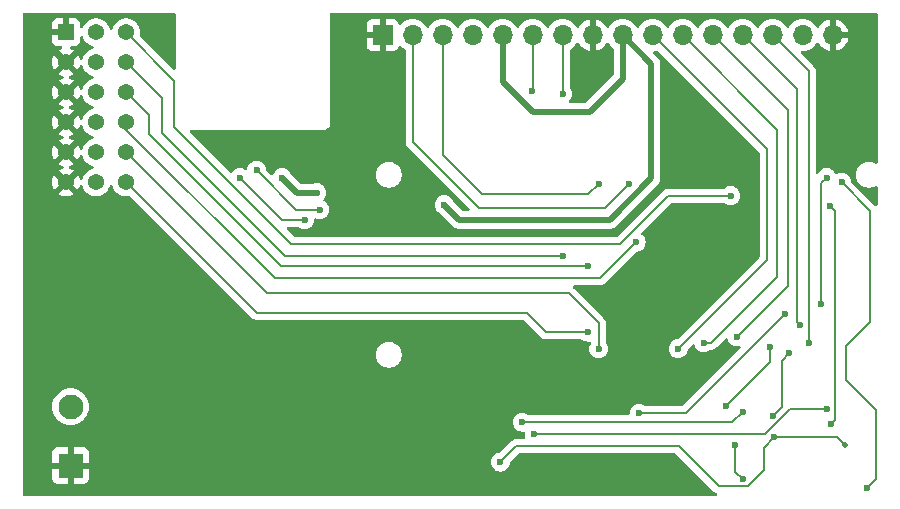
<source format=gbl>
G04 #@! TF.GenerationSoftware,KiCad,Pcbnew,8.0.7*
G04 #@! TF.CreationDate,2025-03-12T01:08:21-04:00*
G04 #@! TF.ProjectId,combat-pcb,636f6d62-6174-42d7-9063-622e6b696361,rev?*
G04 #@! TF.SameCoordinates,Original*
G04 #@! TF.FileFunction,Copper,L2,Bot*
G04 #@! TF.FilePolarity,Positive*
%FSLAX46Y46*%
G04 Gerber Fmt 4.6, Leading zero omitted, Abs format (unit mm)*
G04 Created by KiCad (PCBNEW 8.0.7) date 2025-03-12 01:08:21*
%MOMM*%
%LPD*%
G01*
G04 APERTURE LIST*
G04 #@! TA.AperFunction,ComponentPad*
%ADD10R,1.370000X1.370000*%
G04 #@! TD*
G04 #@! TA.AperFunction,ComponentPad*
%ADD11C,1.370000*%
G04 #@! TD*
G04 #@! TA.AperFunction,ComponentPad*
%ADD12R,2.100000X2.100000*%
G04 #@! TD*
G04 #@! TA.AperFunction,ComponentPad*
%ADD13C,2.100000*%
G04 #@! TD*
G04 #@! TA.AperFunction,ComponentPad*
%ADD14R,1.700000X1.700000*%
G04 #@! TD*
G04 #@! TA.AperFunction,ComponentPad*
%ADD15O,1.700000X1.700000*%
G04 #@! TD*
G04 #@! TA.AperFunction,ViaPad*
%ADD16C,0.500000*%
G04 #@! TD*
G04 #@! TA.AperFunction,ViaPad*
%ADD17C,0.600000*%
G04 #@! TD*
G04 #@! TA.AperFunction,ViaPad*
%ADD18C,0.300000*%
G04 #@! TD*
G04 #@! TA.AperFunction,Conductor*
%ADD19C,0.200000*%
G04 #@! TD*
G04 #@! TA.AperFunction,Conductor*
%ADD20C,0.508000*%
G04 #@! TD*
G04 APERTURE END LIST*
D10*
X145542000Y-73279000D03*
D11*
X148082000Y-73279000D03*
X150622000Y-73279000D03*
X145542000Y-75819000D03*
X148082000Y-75819000D03*
X150622000Y-75819000D03*
X145542000Y-78359000D03*
X148082000Y-78359000D03*
X150622000Y-78359000D03*
X145542000Y-80899000D03*
X148082000Y-80899000D03*
X150622000Y-80899000D03*
X145542000Y-83439000D03*
X148082000Y-83439000D03*
X150622000Y-83439000D03*
X145542000Y-85979000D03*
X148082000Y-85979000D03*
X150622000Y-85979000D03*
D12*
X145923000Y-109982000D03*
D13*
X145923000Y-104982000D03*
D14*
X172339000Y-73533000D03*
D15*
X174879000Y-73533000D03*
X177419000Y-73533000D03*
X179959000Y-73533000D03*
X182499000Y-73533000D03*
X185039000Y-73533000D03*
X187579000Y-73533000D03*
X190119000Y-73533000D03*
X192659000Y-73533000D03*
X195199000Y-73533000D03*
X197739000Y-73533000D03*
X200279000Y-73533000D03*
X202819000Y-73533000D03*
X205359000Y-73533000D03*
X207899000Y-73533000D03*
X210439000Y-73533000D03*
D16*
X211455000Y-108204000D03*
D17*
X161671000Y-84963000D03*
X167005000Y-88301500D03*
X193167000Y-86106000D03*
X202184000Y-108204000D03*
X202819000Y-111125000D03*
X185166000Y-107315000D03*
X207645000Y-98044000D03*
X209931000Y-105156000D03*
D18*
X195199000Y-109982000D03*
X171831000Y-76962000D03*
X169545000Y-110998000D03*
X196469000Y-110617000D03*
X212471000Y-76454000D03*
X184912000Y-109982000D03*
X171196000Y-76962000D03*
X211836000Y-78359000D03*
X148844000Y-89281000D03*
X148971000Y-109601000D03*
X142494000Y-86741000D03*
X148971000Y-101981000D03*
X185547000Y-109982000D03*
X144399000Y-88646000D03*
X173101000Y-75692000D03*
X149606000Y-103251000D03*
X169291000Y-77597000D03*
X149606000Y-102616000D03*
X195834000Y-109982000D03*
X170180000Y-109093000D03*
X142494000Y-88646000D03*
X185547000Y-110617000D03*
X169926000Y-80137000D03*
X145669000Y-89916000D03*
X169545000Y-109728000D03*
X184912000Y-110617000D03*
X169545000Y-107188000D03*
X168656000Y-79502000D03*
X145669000Y-88011000D03*
X149479000Y-88011000D03*
X169926000Y-76327000D03*
X150241000Y-110871000D03*
X184277000Y-110617000D03*
X185547000Y-111252000D03*
X143764000Y-89281000D03*
X145034000Y-89281000D03*
X144399000Y-89916000D03*
X143764000Y-85471000D03*
X146939000Y-89916000D03*
X143764000Y-88646000D03*
X170180000Y-111633000D03*
X142494000Y-89916000D03*
X169291000Y-76327000D03*
X170180000Y-107823000D03*
X148336000Y-103251000D03*
X170561000Y-77597000D03*
X145034000Y-88646000D03*
X147574000Y-89916000D03*
X193929000Y-109982000D03*
X170561000Y-76962000D03*
X148336000Y-109601000D03*
X147701000Y-101981000D03*
X170561000Y-76327000D03*
X212471000Y-79629000D03*
X148336000Y-101346000D03*
X190500000Y-75311000D03*
X171196000Y-78867000D03*
X143764000Y-89916000D03*
X148209000Y-88646000D03*
X174244000Y-109855000D03*
X192659000Y-109982000D03*
X171196000Y-78232000D03*
X148209000Y-89916000D03*
X171831000Y-78232000D03*
X148209000Y-88011000D03*
X148971000Y-110871000D03*
X170180000Y-107188000D03*
X169926000Y-77597000D03*
X180340000Y-111379000D03*
X213106000Y-78994000D03*
X186182000Y-109347000D03*
X146939000Y-88646000D03*
X143129000Y-85471000D03*
X149606000Y-110871000D03*
X211201000Y-78359000D03*
X148844000Y-88646000D03*
X147574000Y-88646000D03*
X195199000Y-110617000D03*
X148336000Y-102616000D03*
X195834000Y-111887000D03*
X192659000Y-111887000D03*
X143129000Y-86106000D03*
X211201000Y-75819000D03*
X194564000Y-110617000D03*
X146304000Y-88646000D03*
X211201000Y-80264000D03*
X197993000Y-110871000D03*
X168656000Y-77597000D03*
X170561000Y-79502000D03*
X148971000Y-110236000D03*
X149479000Y-88646000D03*
X147701000Y-103251000D03*
X177546000Y-107569000D03*
X194564000Y-111887000D03*
X213741000Y-77724000D03*
X143129000Y-89916000D03*
X169291000Y-80137000D03*
X184912000Y-111252000D03*
X211201000Y-77089000D03*
X184277000Y-109982000D03*
X150241000Y-108966000D03*
X168656000Y-80137000D03*
X169291000Y-78867000D03*
X189865000Y-75311000D03*
X196469000Y-111887000D03*
X171831000Y-76327000D03*
X146304000Y-88011000D03*
X142494000Y-89281000D03*
X170180000Y-110998000D03*
X170180000Y-109728000D03*
X150241000Y-110236000D03*
X168656000Y-78867000D03*
X212471000Y-78994000D03*
X195199000Y-111252000D03*
X212471000Y-77089000D03*
X142494000Y-88011000D03*
X144399000Y-88011000D03*
X169291000Y-76962000D03*
X142494000Y-86106000D03*
X143129000Y-86741000D03*
X169926000Y-76962000D03*
X211201000Y-78994000D03*
X170180000Y-108458000D03*
X149479000Y-89281000D03*
X195834000Y-111252000D03*
X196469000Y-111252000D03*
X213106000Y-76454000D03*
X148336000Y-108966000D03*
X148336000Y-110871000D03*
X169545000Y-108458000D03*
X212471000Y-75819000D03*
X193294000Y-109982000D03*
X149479000Y-89916000D03*
X195199000Y-111887000D03*
X171196000Y-75692000D03*
X147574000Y-89281000D03*
X213106000Y-75819000D03*
X213741000Y-78359000D03*
X142494000Y-85471000D03*
X197104000Y-109982000D03*
X185547000Y-109347000D03*
X143764000Y-86106000D03*
X193294000Y-111887000D03*
X213741000Y-78994000D03*
X171196000Y-76327000D03*
X148971000Y-103251000D03*
X173101000Y-76327000D03*
X196469000Y-109982000D03*
X171196000Y-77597000D03*
X147701000Y-101346000D03*
X181610000Y-111379000D03*
X193929000Y-110617000D03*
X189230000Y-75311000D03*
X169926000Y-75692000D03*
X146939000Y-89281000D03*
X211836000Y-80264000D03*
X213106000Y-77089000D03*
X193294000Y-111252000D03*
X211836000Y-79629000D03*
X211836000Y-75819000D03*
X148844000Y-88011000D03*
X169291000Y-79502000D03*
X147574000Y-88011000D03*
X169545000Y-111633000D03*
X150241000Y-109601000D03*
X167513000Y-82550000D03*
X197104000Y-111252000D03*
X186182000Y-110617000D03*
X169545000Y-110363000D03*
X168656000Y-76327000D03*
X169291000Y-75692000D03*
X143764000Y-87376000D03*
X148336000Y-101981000D03*
X143764000Y-88011000D03*
X149606000Y-101981000D03*
X146304000Y-89916000D03*
X213741000Y-80264000D03*
X172466000Y-76962000D03*
X169545000Y-109093000D03*
X143129000Y-88646000D03*
X173101000Y-76962000D03*
X149606000Y-108966000D03*
X169926000Y-79502000D03*
X143129000Y-88011000D03*
X145669000Y-88646000D03*
X143764000Y-86741000D03*
X148971000Y-102616000D03*
X172466000Y-77597000D03*
X146304000Y-89281000D03*
X169291000Y-78232000D03*
X197104000Y-111887000D03*
X211201000Y-76454000D03*
X171831000Y-75692000D03*
X184277000Y-109347000D03*
X148336000Y-110236000D03*
X211836000Y-77724000D03*
X168656000Y-75692000D03*
X145034000Y-88011000D03*
X170561000Y-78867000D03*
X212471000Y-78359000D03*
X211201000Y-77724000D03*
X149606000Y-101346000D03*
X192659000Y-111252000D03*
X172466000Y-76327000D03*
X170561000Y-75692000D03*
X213106000Y-78359000D03*
X148209000Y-89281000D03*
X195834000Y-110617000D03*
X211201000Y-79629000D03*
X145034000Y-89916000D03*
X213106000Y-80264000D03*
X142494000Y-87376000D03*
X186182000Y-109982000D03*
X171831000Y-77597000D03*
X193294000Y-110617000D03*
X182245000Y-111379000D03*
X194564000Y-111252000D03*
X145669000Y-89281000D03*
X212471000Y-80264000D03*
X193929000Y-111252000D03*
X213741000Y-75819000D03*
X213741000Y-77089000D03*
X184912000Y-109347000D03*
X170561000Y-78232000D03*
X146939000Y-88011000D03*
X211836000Y-76454000D03*
X193929000Y-111887000D03*
X178562000Y-107569000D03*
X172466000Y-75692000D03*
X170180000Y-110363000D03*
X148844000Y-89916000D03*
X168656000Y-76962000D03*
X169926000Y-78867000D03*
X212471000Y-77724000D03*
X211836000Y-77089000D03*
X148971000Y-108966000D03*
X213741000Y-79629000D03*
X144399000Y-89281000D03*
D17*
X183007000Y-99949000D03*
D18*
X186182000Y-111252000D03*
X148971000Y-101346000D03*
X169926000Y-78232000D03*
X192659000Y-110617000D03*
X169545000Y-107823000D03*
X168656000Y-78232000D03*
X149606000Y-110236000D03*
X147701000Y-102616000D03*
X180975000Y-111379000D03*
X213106000Y-79629000D03*
X143129000Y-89281000D03*
X213106000Y-77724000D03*
X197104000Y-110617000D03*
X191135000Y-75311000D03*
X211836000Y-78994000D03*
X143129000Y-87376000D03*
X184277000Y-111252000D03*
X213741000Y-76454000D03*
X149606000Y-109601000D03*
X194564000Y-109982000D03*
D17*
X184150000Y-106299000D03*
X202819000Y-105410000D03*
X205486000Y-107569000D03*
X182318106Y-109674106D03*
X208407000Y-99568000D03*
X190627000Y-86106000D03*
X187579000Y-78486000D03*
X199517000Y-99568000D03*
X202311000Y-99060000D03*
X205105000Y-99949000D03*
X210185000Y-88011000D03*
X201422000Y-104902000D03*
X206756000Y-100457000D03*
X210312000Y-106426000D03*
X205359000Y-105791000D03*
X213360000Y-111887000D03*
X209423000Y-96266000D03*
X211201000Y-85979000D03*
X209931000Y-85598000D03*
X194056000Y-105537000D03*
X206375000Y-97155000D03*
X184947000Y-78232000D03*
X160274000Y-85598000D03*
X165735000Y-89154000D03*
X166751000Y-86868000D03*
X163830000Y-85598000D03*
X177546000Y-87884000D03*
X197358000Y-100076000D03*
X201803000Y-87122000D03*
X189738000Y-93091000D03*
X189738000Y-98679000D03*
X190627000Y-100076000D03*
X193802000Y-91059000D03*
X187579000Y-92202000D03*
D19*
X204597000Y-108458000D02*
X205486000Y-107569000D01*
X204597000Y-110363000D02*
X204597000Y-108458000D01*
X203235000Y-111725000D02*
X204597000Y-110363000D01*
X200792471Y-111725000D02*
X203235000Y-111725000D01*
X183642000Y-108331000D02*
X197398471Y-108331000D01*
X197398471Y-108331000D02*
X200792471Y-111725000D01*
X182318106Y-109654894D02*
X183642000Y-108331000D01*
X182318106Y-109674106D02*
X182318106Y-109654894D01*
X211455000Y-108204000D02*
X210820000Y-107569000D01*
X210820000Y-107569000D02*
X205486000Y-107569000D01*
X165009500Y-88301500D02*
X167005000Y-88301500D01*
X161671000Y-84963000D02*
X165009500Y-88301500D01*
X193167000Y-86106000D02*
X193167000Y-86123283D01*
X174879000Y-82550000D02*
X174879000Y-73533000D01*
X180467000Y-88138000D02*
X174879000Y-82550000D01*
X193167000Y-86123283D02*
X191152283Y-88138000D01*
X191152283Y-88138000D02*
X180467000Y-88138000D01*
X202184000Y-110490000D02*
X202819000Y-111125000D01*
X202184000Y-108204000D02*
X202184000Y-110490000D01*
X204683529Y-107315000D02*
X206842529Y-105156000D01*
X185166000Y-107315000D02*
X204683529Y-107315000D01*
X206842529Y-105156000D02*
X209931000Y-105156000D01*
X207391000Y-97790000D02*
X207391000Y-78105000D01*
X207391000Y-78105000D02*
X202819000Y-73533000D01*
X207645000Y-98044000D02*
X207391000Y-97790000D01*
X201930000Y-106299000D02*
X202819000Y-105410000D01*
X184150000Y-106299000D02*
X201930000Y-106299000D01*
X208407000Y-99568000D02*
X208407000Y-76581000D01*
X208407000Y-76581000D02*
X205359000Y-73533000D01*
X177419000Y-83693000D02*
X177419000Y-73533000D01*
X180721000Y-86995000D02*
X177419000Y-83693000D01*
X190627000Y-86106000D02*
X189738000Y-86995000D01*
X189738000Y-86995000D02*
X180721000Y-86995000D01*
X187579000Y-78486000D02*
X187579000Y-73533000D01*
X200152000Y-99568000D02*
X199517000Y-99568000D01*
X205740000Y-93980000D02*
X200152000Y-99568000D01*
X205740000Y-81534000D02*
X205740000Y-93980000D01*
X197739000Y-73533000D02*
X205740000Y-81534000D01*
X206629000Y-79883000D02*
X200279000Y-73533000D01*
X202311000Y-99060000D02*
X206629000Y-94742000D01*
X206629000Y-94742000D02*
X206629000Y-79883000D01*
X206121000Y-105029000D02*
X206121000Y-101092000D01*
X210601000Y-88427000D02*
X210185000Y-88011000D01*
X205359000Y-105791000D02*
X206121000Y-105029000D01*
X210312000Y-106426000D02*
X210601000Y-106137000D01*
X210601000Y-106137000D02*
X210601000Y-88427000D01*
X206121000Y-101092000D02*
X206756000Y-100457000D01*
X201422000Y-104902000D02*
X205105000Y-101219000D01*
X205105000Y-101219000D02*
X205105000Y-99949000D01*
X209931000Y-85598000D02*
X209482471Y-86046529D01*
X209482471Y-86046529D02*
X209423000Y-86106000D01*
X213614000Y-97790000D02*
X211582000Y-99822000D01*
X213614000Y-88392000D02*
X213614000Y-97790000D01*
X209423000Y-86106000D02*
X209423000Y-96266000D01*
X194056000Y-105537000D02*
X197993000Y-105537000D01*
X214122000Y-111125000D02*
X213360000Y-111887000D01*
X214122000Y-105283000D02*
X214122000Y-111125000D01*
X211582000Y-99822000D02*
X211582000Y-102743000D01*
X211582000Y-102743000D02*
X214122000Y-105283000D01*
X211201000Y-85979000D02*
X213614000Y-88392000D01*
X197993000Y-105537000D02*
X206375000Y-97155000D01*
X185039000Y-78140000D02*
X184947000Y-78232000D01*
X185039000Y-73533000D02*
X185039000Y-78140000D01*
X165735000Y-89154000D02*
X163830000Y-89154000D01*
X163830000Y-89154000D02*
X160274000Y-85598000D01*
D20*
X166751000Y-86868000D02*
X165100000Y-86868000D01*
X195072000Y-75946000D02*
X195072000Y-85655686D01*
X192659000Y-73533000D02*
X195072000Y-75946000D01*
X191573686Y-89154000D02*
X178816000Y-89154000D01*
X195072000Y-85655686D02*
X191573686Y-89154000D01*
X182499000Y-73533000D02*
X182499000Y-77470000D01*
X182499000Y-77470000D02*
X185039000Y-80010000D01*
X165100000Y-86868000D02*
X163830000Y-85598000D01*
X189865000Y-80010000D02*
X192659000Y-77216000D01*
X178816000Y-89154000D02*
X177546000Y-87884000D01*
X185039000Y-80010000D02*
X189865000Y-80010000D01*
X192659000Y-77216000D02*
X192659000Y-73533000D01*
D19*
X204851000Y-92583000D02*
X197358000Y-100076000D01*
X204851000Y-83185000D02*
X204851000Y-92583000D01*
X195199000Y-73533000D02*
X204851000Y-83185000D01*
X154713000Y-77370000D02*
X150622000Y-73279000D01*
X201803000Y-87122000D02*
X196522894Y-87122000D01*
X196522894Y-87122000D02*
X192458894Y-91186000D01*
X154713000Y-81277842D02*
X154713000Y-77370000D01*
X164621158Y-91186000D02*
X154713000Y-81277842D01*
X192458894Y-91186000D02*
X164621158Y-91186000D01*
X152527000Y-80264000D02*
X150622000Y-78359000D01*
X189738000Y-93091000D02*
X163703000Y-93091000D01*
X163703000Y-93091000D02*
X152527000Y-81915000D01*
X152527000Y-81915000D02*
X152527000Y-80264000D01*
X189738000Y-98679000D02*
X186182000Y-98679000D01*
X186182000Y-98679000D02*
X184531000Y-97028000D01*
X184531000Y-97028000D02*
X161671000Y-97028000D01*
X161671000Y-97028000D02*
X150622000Y-85979000D01*
X150622000Y-83439000D02*
X162560000Y-95377000D01*
X188087000Y-95377000D02*
X190627000Y-97917000D01*
X162560000Y-95377000D02*
X188087000Y-95377000D01*
X190627000Y-97917000D02*
X190627000Y-100076000D01*
X193802000Y-91059000D02*
X190754000Y-94107000D01*
X190754000Y-94107000D02*
X163195000Y-94107000D01*
X150622000Y-81534000D02*
X150622000Y-80899000D01*
X163195000Y-94107000D02*
X150622000Y-81534000D01*
X153670000Y-78867000D02*
X150622000Y-75819000D01*
X187579000Y-92202000D02*
X164084000Y-92202000D01*
X164084000Y-92202000D02*
X153670000Y-81788000D01*
X153670000Y-81788000D02*
X153670000Y-78867000D01*
G04 #@! TA.AperFunction,Conductor*
G36*
X154755539Y-71648185D02*
G01*
X154801294Y-71700989D01*
X154812500Y-71752500D01*
X154812500Y-76320902D01*
X154792815Y-76387941D01*
X154740011Y-76433696D01*
X154670853Y-76443640D01*
X154607297Y-76414615D01*
X154600819Y-76408583D01*
X151821173Y-73628938D01*
X151787688Y-73567615D01*
X151789588Y-73507320D01*
X151792307Y-73497768D01*
X151812579Y-73279000D01*
X151792307Y-73060232D01*
X151732182Y-72848913D01*
X151634251Y-72652241D01*
X151554138Y-72546155D01*
X151501846Y-72476909D01*
X151339485Y-72328898D01*
X151339484Y-72328897D01*
X151152687Y-72213237D01*
X151152685Y-72213236D01*
X151050252Y-72173554D01*
X150947817Y-72133871D01*
X150731853Y-72093500D01*
X150512147Y-72093500D01*
X150296183Y-72133871D01*
X150296180Y-72133871D01*
X150296180Y-72133872D01*
X150091314Y-72213236D01*
X150091312Y-72213237D01*
X149904514Y-72328898D01*
X149742153Y-72476909D01*
X149609749Y-72652240D01*
X149511819Y-72848909D01*
X149511818Y-72848913D01*
X149471265Y-72991439D01*
X149433987Y-73050531D01*
X149370678Y-73080089D01*
X149301438Y-73070727D01*
X149248252Y-73025418D01*
X149232734Y-72991441D01*
X149192182Y-72848913D01*
X149094251Y-72652241D01*
X149014138Y-72546155D01*
X148961846Y-72476909D01*
X148799485Y-72328898D01*
X148799484Y-72328897D01*
X148612687Y-72213237D01*
X148612685Y-72213236D01*
X148510252Y-72173554D01*
X148407817Y-72133871D01*
X148191853Y-72093500D01*
X147972147Y-72093500D01*
X147756183Y-72133871D01*
X147756180Y-72133871D01*
X147756180Y-72133872D01*
X147551314Y-72213236D01*
X147551312Y-72213237D01*
X147364514Y-72328898D01*
X147202153Y-72476909D01*
X147069749Y-72652240D01*
X146971818Y-72848911D01*
X146971817Y-72848913D01*
X146970266Y-72854366D01*
X146932986Y-72913459D01*
X146869675Y-72943016D01*
X146800436Y-72933652D01*
X146747250Y-72888342D01*
X146727004Y-72821470D01*
X146727000Y-72820430D01*
X146727000Y-72546172D01*
X146726999Y-72546155D01*
X146720598Y-72486627D01*
X146720596Y-72486620D01*
X146670354Y-72351913D01*
X146670350Y-72351906D01*
X146584190Y-72236812D01*
X146584187Y-72236809D01*
X146469093Y-72150649D01*
X146469086Y-72150645D01*
X146334379Y-72100403D01*
X146334372Y-72100401D01*
X146274844Y-72094000D01*
X145792000Y-72094000D01*
X145792000Y-72834439D01*
X145738853Y-72803755D01*
X145609143Y-72769000D01*
X145474857Y-72769000D01*
X145345147Y-72803755D01*
X145292000Y-72834439D01*
X145292000Y-72094000D01*
X144809155Y-72094000D01*
X144749627Y-72100401D01*
X144749620Y-72100403D01*
X144614913Y-72150645D01*
X144614906Y-72150649D01*
X144499812Y-72236809D01*
X144499809Y-72236812D01*
X144413649Y-72351906D01*
X144413645Y-72351913D01*
X144363403Y-72486620D01*
X144363401Y-72486627D01*
X144357000Y-72546155D01*
X144357000Y-73029000D01*
X145097440Y-73029000D01*
X145066755Y-73082147D01*
X145032000Y-73211857D01*
X145032000Y-73346143D01*
X145066755Y-73475853D01*
X145097440Y-73529000D01*
X144357000Y-73529000D01*
X144357000Y-74011844D01*
X144363401Y-74071372D01*
X144363403Y-74071379D01*
X144413645Y-74206086D01*
X144413649Y-74206093D01*
X144499809Y-74321187D01*
X144499812Y-74321190D01*
X144614906Y-74407350D01*
X144614913Y-74407354D01*
X144749620Y-74457596D01*
X144749627Y-74457598D01*
X144809155Y-74463999D01*
X144809172Y-74464000D01*
X145095963Y-74464000D01*
X145163002Y-74483685D01*
X145208757Y-74536489D01*
X145218701Y-74605647D01*
X145189676Y-74669203D01*
X145140757Y-74703627D01*
X145011540Y-74753685D01*
X144899567Y-74823014D01*
X145404425Y-75327871D01*
X145345147Y-75343755D01*
X145228853Y-75410898D01*
X145133898Y-75505853D01*
X145066755Y-75622147D01*
X145050871Y-75681424D01*
X144543847Y-75174400D01*
X144530173Y-75192509D01*
X144432290Y-75389084D01*
X144432284Y-75389099D01*
X144372186Y-75600322D01*
X144372185Y-75600324D01*
X144351923Y-75818999D01*
X144351923Y-75819000D01*
X144372185Y-76037675D01*
X144372186Y-76037677D01*
X144432284Y-76248900D01*
X144432290Y-76248915D01*
X144530176Y-76445496D01*
X144543846Y-76463598D01*
X144543847Y-76463598D01*
X145050871Y-75956574D01*
X145066755Y-76015853D01*
X145133898Y-76132147D01*
X145228853Y-76227102D01*
X145345147Y-76294245D01*
X145404424Y-76310128D01*
X144899567Y-76814984D01*
X144899568Y-76814985D01*
X145011533Y-76884311D01*
X145011539Y-76884314D01*
X145216322Y-76963646D01*
X145234854Y-76967111D01*
X145297135Y-76998779D01*
X145332408Y-77059092D01*
X145329474Y-77128900D01*
X145289265Y-77186040D01*
X145234854Y-77210889D01*
X145216322Y-77214353D01*
X145216321Y-77214353D01*
X145011540Y-77293685D01*
X144899567Y-77363014D01*
X145404425Y-77867871D01*
X145345147Y-77883755D01*
X145228853Y-77950898D01*
X145133898Y-78045853D01*
X145066755Y-78162147D01*
X145050871Y-78221424D01*
X144543847Y-77714400D01*
X144530173Y-77732509D01*
X144432290Y-77929084D01*
X144432284Y-77929099D01*
X144372186Y-78140322D01*
X144372185Y-78140324D01*
X144351923Y-78358999D01*
X144351923Y-78359000D01*
X144372185Y-78577675D01*
X144372186Y-78577677D01*
X144432284Y-78788900D01*
X144432290Y-78788915D01*
X144530176Y-78985496D01*
X144543846Y-79003598D01*
X144543847Y-79003598D01*
X145050871Y-78496574D01*
X145066755Y-78555853D01*
X145133898Y-78672147D01*
X145228853Y-78767102D01*
X145345147Y-78834245D01*
X145404424Y-78850128D01*
X144899567Y-79354984D01*
X144899568Y-79354985D01*
X145011533Y-79424311D01*
X145011539Y-79424314D01*
X145216322Y-79503646D01*
X145234854Y-79507111D01*
X145297135Y-79538779D01*
X145332408Y-79599092D01*
X145329474Y-79668900D01*
X145289265Y-79726040D01*
X145234854Y-79750889D01*
X145216322Y-79754353D01*
X145216321Y-79754353D01*
X145011540Y-79833685D01*
X144899567Y-79903014D01*
X145404425Y-80407871D01*
X145345147Y-80423755D01*
X145228853Y-80490898D01*
X145133898Y-80585853D01*
X145066755Y-80702147D01*
X145050871Y-80761424D01*
X144543847Y-80254400D01*
X144530173Y-80272509D01*
X144432290Y-80469084D01*
X144432284Y-80469099D01*
X144372186Y-80680322D01*
X144372185Y-80680324D01*
X144351923Y-80898999D01*
X144351923Y-80899000D01*
X144372185Y-81117675D01*
X144372186Y-81117677D01*
X144432284Y-81328900D01*
X144432290Y-81328915D01*
X144530176Y-81525496D01*
X144543846Y-81543598D01*
X144543847Y-81543598D01*
X145050871Y-81036574D01*
X145066755Y-81095853D01*
X145133898Y-81212147D01*
X145228853Y-81307102D01*
X145345147Y-81374245D01*
X145404424Y-81390128D01*
X144899567Y-81894984D01*
X144899568Y-81894985D01*
X145011533Y-81964311D01*
X145011539Y-81964314D01*
X145216322Y-82043646D01*
X145234854Y-82047111D01*
X145297135Y-82078779D01*
X145332408Y-82139092D01*
X145329474Y-82208900D01*
X145289265Y-82266040D01*
X145234854Y-82290889D01*
X145216322Y-82294353D01*
X145216321Y-82294353D01*
X145011540Y-82373685D01*
X144899567Y-82443014D01*
X145404425Y-82947871D01*
X145345147Y-82963755D01*
X145228853Y-83030898D01*
X145133898Y-83125853D01*
X145066755Y-83242147D01*
X145050871Y-83301424D01*
X144543847Y-82794400D01*
X144530173Y-82812509D01*
X144432290Y-83009084D01*
X144432284Y-83009099D01*
X144372186Y-83220322D01*
X144372185Y-83220324D01*
X144351923Y-83438999D01*
X144351923Y-83439000D01*
X144372185Y-83657675D01*
X144372186Y-83657677D01*
X144432284Y-83868900D01*
X144432290Y-83868915D01*
X144530176Y-84065496D01*
X144543846Y-84083598D01*
X144543847Y-84083598D01*
X145050871Y-83576574D01*
X145066755Y-83635853D01*
X145133898Y-83752147D01*
X145228853Y-83847102D01*
X145345147Y-83914245D01*
X145404424Y-83930128D01*
X144899567Y-84434984D01*
X144899568Y-84434985D01*
X145011533Y-84504311D01*
X145011539Y-84504314D01*
X145216322Y-84583646D01*
X145234854Y-84587111D01*
X145297135Y-84618779D01*
X145332408Y-84679092D01*
X145329474Y-84748900D01*
X145289265Y-84806040D01*
X145234854Y-84830889D01*
X145216322Y-84834353D01*
X145216321Y-84834353D01*
X145011540Y-84913685D01*
X144899567Y-84983014D01*
X145404425Y-85487871D01*
X145345147Y-85503755D01*
X145228853Y-85570898D01*
X145133898Y-85665853D01*
X145066755Y-85782147D01*
X145050871Y-85841424D01*
X144543847Y-85334400D01*
X144530173Y-85352509D01*
X144432290Y-85549084D01*
X144432284Y-85549099D01*
X144372186Y-85760322D01*
X144372185Y-85760324D01*
X144351923Y-85978999D01*
X144351923Y-85979000D01*
X144372185Y-86197675D01*
X144372186Y-86197677D01*
X144432284Y-86408900D01*
X144432290Y-86408915D01*
X144530176Y-86605496D01*
X144543846Y-86623598D01*
X144543847Y-86623598D01*
X145050871Y-86116574D01*
X145066755Y-86175853D01*
X145133898Y-86292147D01*
X145228853Y-86387102D01*
X145345147Y-86454245D01*
X145404424Y-86470128D01*
X144899567Y-86974984D01*
X144899568Y-86974985D01*
X145011533Y-87044311D01*
X145011539Y-87044314D01*
X145216321Y-87123646D01*
X145432197Y-87164000D01*
X145651803Y-87164000D01*
X145867677Y-87123646D01*
X145867687Y-87123643D01*
X146072462Y-87044313D01*
X146072464Y-87044312D01*
X146184431Y-86974984D01*
X145679575Y-86470127D01*
X145738853Y-86454245D01*
X145855147Y-86387102D01*
X145950102Y-86292147D01*
X146017245Y-86175853D01*
X146033128Y-86116575D01*
X146540152Y-86623599D01*
X146553822Y-86605497D01*
X146553827Y-86605489D01*
X146651709Y-86408915D01*
X146651715Y-86408900D01*
X146692474Y-86265648D01*
X146729753Y-86206554D01*
X146793063Y-86176997D01*
X146862302Y-86186359D01*
X146915489Y-86231669D01*
X146931005Y-86265644D01*
X146971765Y-86408900D01*
X146971819Y-86409090D01*
X147069749Y-86605759D01*
X147202153Y-86781090D01*
X147323122Y-86891367D01*
X147364516Y-86929103D01*
X147551313Y-87044763D01*
X147756183Y-87124129D01*
X147972147Y-87164500D01*
X147972149Y-87164500D01*
X148191851Y-87164500D01*
X148191853Y-87164500D01*
X148407817Y-87124129D01*
X148612687Y-87044763D01*
X148799484Y-86929103D01*
X148961848Y-86781088D01*
X149094251Y-86605759D01*
X149192182Y-86409087D01*
X149232734Y-86266560D01*
X149270012Y-86207468D01*
X149333322Y-86177910D01*
X149402561Y-86187272D01*
X149455748Y-86232581D01*
X149471265Y-86266558D01*
X149489014Y-86328938D01*
X149511818Y-86409089D01*
X149609749Y-86605759D01*
X149742153Y-86781090D01*
X149863122Y-86891367D01*
X149904516Y-86929103D01*
X150091313Y-87044763D01*
X150296183Y-87124129D01*
X150512147Y-87164500D01*
X150512149Y-87164500D01*
X150731850Y-87164500D01*
X150731853Y-87164500D01*
X150858359Y-87140851D01*
X150927872Y-87147882D01*
X150968823Y-87175058D01*
X161302284Y-97508520D01*
X161302286Y-97508521D01*
X161302290Y-97508524D01*
X161371161Y-97548286D01*
X161439216Y-97587577D01*
X161591943Y-97628501D01*
X161591945Y-97628501D01*
X161757654Y-97628501D01*
X161757670Y-97628500D01*
X184230903Y-97628500D01*
X184297942Y-97648185D01*
X184318583Y-97664818D01*
X185813284Y-99159520D01*
X185813286Y-99159521D01*
X185813290Y-99159524D01*
X185950209Y-99238573D01*
X185950216Y-99238577D01*
X186102943Y-99279501D01*
X186102945Y-99279501D01*
X186268654Y-99279501D01*
X186268670Y-99279500D01*
X189155588Y-99279500D01*
X189222627Y-99299185D01*
X189232903Y-99306555D01*
X189235736Y-99308814D01*
X189235738Y-99308816D01*
X189388478Y-99404789D01*
X189541781Y-99458432D01*
X189558745Y-99464368D01*
X189558750Y-99464369D01*
X189737996Y-99484565D01*
X189738000Y-99484565D01*
X189738004Y-99484565D01*
X189821362Y-99475173D01*
X189890184Y-99487228D01*
X189941563Y-99534577D01*
X189959187Y-99602187D01*
X189940239Y-99664365D01*
X189901211Y-99726476D01*
X189841631Y-99896745D01*
X189841630Y-99896750D01*
X189821435Y-100075996D01*
X189821435Y-100076003D01*
X189841630Y-100255249D01*
X189841631Y-100255254D01*
X189901211Y-100425523D01*
X189921089Y-100457158D01*
X189997184Y-100578262D01*
X190124738Y-100705816D01*
X190215080Y-100762582D01*
X190259702Y-100790620D01*
X190277478Y-100801789D01*
X190447745Y-100861368D01*
X190447750Y-100861369D01*
X190626996Y-100881565D01*
X190627000Y-100881565D01*
X190627004Y-100881565D01*
X190806249Y-100861369D01*
X190806252Y-100861368D01*
X190806255Y-100861368D01*
X190976522Y-100801789D01*
X191129262Y-100705816D01*
X191256816Y-100578262D01*
X191352789Y-100425522D01*
X191412368Y-100255255D01*
X191412369Y-100255249D01*
X191432565Y-100076003D01*
X191432565Y-100075996D01*
X191412369Y-99896750D01*
X191412368Y-99896745D01*
X191394390Y-99845366D01*
X191352789Y-99726478D01*
X191344546Y-99713360D01*
X191280619Y-99611621D01*
X191256816Y-99573738D01*
X191256814Y-99573736D01*
X191256813Y-99573734D01*
X191254550Y-99570896D01*
X191253659Y-99568715D01*
X191253111Y-99567842D01*
X191253264Y-99567745D01*
X191228144Y-99506209D01*
X191227500Y-99493587D01*
X191227500Y-97837945D01*
X191227500Y-97837943D01*
X191186577Y-97685216D01*
X191174801Y-97664819D01*
X191107524Y-97548290D01*
X191107521Y-97548286D01*
X191107520Y-97548284D01*
X190995716Y-97436480D01*
X190995715Y-97436479D01*
X190991385Y-97432149D01*
X190991374Y-97432139D01*
X188574590Y-95015355D01*
X188574588Y-95015352D01*
X188478417Y-94919181D01*
X188444932Y-94857858D01*
X188449916Y-94788166D01*
X188491788Y-94732233D01*
X188557252Y-94707816D01*
X188566098Y-94707500D01*
X190667331Y-94707500D01*
X190667347Y-94707501D01*
X190674943Y-94707501D01*
X190833054Y-94707501D01*
X190833057Y-94707501D01*
X190985785Y-94666577D01*
X191035904Y-94637639D01*
X191122716Y-94587520D01*
X191234520Y-94475716D01*
X191234520Y-94475714D01*
X191244728Y-94465507D01*
X191244730Y-94465504D01*
X193820535Y-91889698D01*
X193881856Y-91856215D01*
X193894311Y-91854163D01*
X193981255Y-91844368D01*
X194151522Y-91784789D01*
X194304262Y-91688816D01*
X194431816Y-91561262D01*
X194527789Y-91408522D01*
X194587368Y-91238255D01*
X194607565Y-91059000D01*
X194587368Y-90879745D01*
X194527789Y-90709478D01*
X194431816Y-90556738D01*
X194304262Y-90429184D01*
X194304261Y-90429183D01*
X194288949Y-90419562D01*
X194242658Y-90367228D01*
X194232009Y-90298174D01*
X194260384Y-90234326D01*
X194267227Y-90226900D01*
X196735310Y-87758819D01*
X196796633Y-87725334D01*
X196822991Y-87722500D01*
X201220588Y-87722500D01*
X201287627Y-87742185D01*
X201297903Y-87749555D01*
X201300736Y-87751814D01*
X201300738Y-87751816D01*
X201453478Y-87847789D01*
X201556952Y-87883996D01*
X201623745Y-87907368D01*
X201623750Y-87907369D01*
X201802996Y-87927565D01*
X201803000Y-87927565D01*
X201803004Y-87927565D01*
X201982249Y-87907369D01*
X201982252Y-87907368D01*
X201982255Y-87907368D01*
X202152522Y-87847789D01*
X202305262Y-87751816D01*
X202432816Y-87624262D01*
X202528789Y-87471522D01*
X202588368Y-87301255D01*
X202597114Y-87223631D01*
X202608565Y-87122003D01*
X202608565Y-87121996D01*
X202588369Y-86942750D01*
X202588368Y-86942745D01*
X202562215Y-86868003D01*
X202528789Y-86772478D01*
X202432816Y-86619738D01*
X202305262Y-86492184D01*
X202287880Y-86481262D01*
X202152523Y-86396211D01*
X201982254Y-86336631D01*
X201982249Y-86336630D01*
X201803004Y-86316435D01*
X201802996Y-86316435D01*
X201623750Y-86336630D01*
X201623745Y-86336631D01*
X201453476Y-86396211D01*
X201300736Y-86492185D01*
X201297903Y-86494445D01*
X201295724Y-86495334D01*
X201294842Y-86495889D01*
X201294744Y-86495734D01*
X201233217Y-86520855D01*
X201220588Y-86521500D01*
X196609563Y-86521500D01*
X196609547Y-86521499D01*
X196601951Y-86521499D01*
X196443837Y-86521499D01*
X196336481Y-86550265D01*
X196291104Y-86562424D01*
X196291103Y-86562425D01*
X196255960Y-86582716D01*
X196255958Y-86582717D01*
X196154184Y-86641475D01*
X196154176Y-86641481D01*
X196090869Y-86704789D01*
X196042374Y-86753284D01*
X196042372Y-86753286D01*
X194129920Y-88665739D01*
X192246478Y-90549181D01*
X192185155Y-90582666D01*
X192158797Y-90585500D01*
X164921255Y-90585500D01*
X164854216Y-90565815D01*
X164833574Y-90549181D01*
X164250574Y-89966181D01*
X164217089Y-89904858D01*
X164222073Y-89835166D01*
X164263945Y-89779233D01*
X164329409Y-89754816D01*
X164338255Y-89754500D01*
X165152588Y-89754500D01*
X165219627Y-89774185D01*
X165229903Y-89781555D01*
X165232736Y-89783814D01*
X165232738Y-89783816D01*
X165314461Y-89835166D01*
X165385027Y-89879506D01*
X165385478Y-89879789D01*
X165555745Y-89939368D01*
X165555750Y-89939369D01*
X165734996Y-89959565D01*
X165735000Y-89959565D01*
X165735004Y-89959565D01*
X165914249Y-89939369D01*
X165914252Y-89939368D01*
X165914255Y-89939368D01*
X166084522Y-89879789D01*
X166237262Y-89783816D01*
X166364816Y-89656262D01*
X166460789Y-89503522D01*
X166520368Y-89333255D01*
X166540565Y-89154000D01*
X166540564Y-89153997D01*
X166541249Y-89147925D01*
X166568315Y-89083511D01*
X166625910Y-89043956D01*
X166695747Y-89041818D01*
X166705423Y-89044766D01*
X166816151Y-89083511D01*
X166825745Y-89086868D01*
X166825746Y-89086868D01*
X166825750Y-89086869D01*
X167004996Y-89107065D01*
X167005000Y-89107065D01*
X167005004Y-89107065D01*
X167184249Y-89086869D01*
X167184252Y-89086868D01*
X167184255Y-89086868D01*
X167354522Y-89027289D01*
X167507262Y-88931316D01*
X167634816Y-88803762D01*
X167730789Y-88651022D01*
X167790368Y-88480755D01*
X167802310Y-88374767D01*
X167810565Y-88301503D01*
X167810565Y-88301496D01*
X167790369Y-88122250D01*
X167790368Y-88122245D01*
X167730789Y-87951978D01*
X167634816Y-87799238D01*
X167507262Y-87671684D01*
X167507260Y-87671682D01*
X167376156Y-87589303D01*
X167329865Y-87536968D01*
X167319218Y-87467915D01*
X167347593Y-87404067D01*
X167354425Y-87396652D01*
X167380816Y-87370262D01*
X167476789Y-87217522D01*
X167536368Y-87047255D01*
X167536649Y-87044762D01*
X167556565Y-86868003D01*
X167556565Y-86867996D01*
X167536369Y-86688750D01*
X167536368Y-86688745D01*
X167519829Y-86641480D01*
X167476789Y-86518478D01*
X167462595Y-86495889D01*
X167407946Y-86408915D01*
X167380816Y-86365738D01*
X167253262Y-86238184D01*
X167244345Y-86232581D01*
X167100523Y-86142211D01*
X166930254Y-86082631D01*
X166930249Y-86082630D01*
X166751004Y-86062435D01*
X166750996Y-86062435D01*
X166571750Y-86082630D01*
X166571737Y-86082633D01*
X166503415Y-86106541D01*
X166462460Y-86113500D01*
X165463886Y-86113500D01*
X165396847Y-86093815D01*
X165376205Y-86077181D01*
X164986035Y-85687011D01*
X164578385Y-85279360D01*
X164562796Y-85257389D01*
X171746500Y-85257389D01*
X171746500Y-85430610D01*
X171772190Y-85592816D01*
X171773598Y-85601701D01*
X171827127Y-85766445D01*
X171905768Y-85920788D01*
X172007586Y-86060928D01*
X172130072Y-86183414D01*
X172270212Y-86285232D01*
X172424555Y-86363873D01*
X172589299Y-86417402D01*
X172760389Y-86444500D01*
X172760390Y-86444500D01*
X172933610Y-86444500D01*
X172933611Y-86444500D01*
X173104701Y-86417402D01*
X173269445Y-86363873D01*
X173423788Y-86285232D01*
X173563928Y-86183414D01*
X173686414Y-86060928D01*
X173788232Y-85920788D01*
X173866873Y-85766445D01*
X173920402Y-85601701D01*
X173947500Y-85430611D01*
X173947500Y-85257389D01*
X173920402Y-85086299D01*
X173866873Y-84921555D01*
X173788232Y-84767212D01*
X173686414Y-84627072D01*
X173563928Y-84504586D01*
X173423788Y-84402768D01*
X173269445Y-84324127D01*
X173104701Y-84270598D01*
X173104699Y-84270597D01*
X173104698Y-84270597D01*
X172973271Y-84249781D01*
X172933611Y-84243500D01*
X172760389Y-84243500D01*
X172720728Y-84249781D01*
X172589302Y-84270597D01*
X172424552Y-84324128D01*
X172270211Y-84402768D01*
X172225869Y-84434985D01*
X172130072Y-84504586D01*
X172130070Y-84504588D01*
X172130069Y-84504588D01*
X172007588Y-84627069D01*
X172007588Y-84627070D01*
X172007586Y-84627072D01*
X171977050Y-84669101D01*
X171905768Y-84767211D01*
X171827128Y-84921552D01*
X171827127Y-84921554D01*
X171827127Y-84921555D01*
X171824328Y-84930169D01*
X171773597Y-85086302D01*
X171746500Y-85257389D01*
X164562796Y-85257389D01*
X164560298Y-85253868D01*
X164559494Y-85254374D01*
X164508636Y-85173435D01*
X164459816Y-85095738D01*
X164332262Y-84968184D01*
X164324012Y-84963000D01*
X164179523Y-84872211D01*
X164009254Y-84812631D01*
X164009249Y-84812630D01*
X163830004Y-84792435D01*
X163829996Y-84792435D01*
X163650750Y-84812630D01*
X163650745Y-84812631D01*
X163480476Y-84872211D01*
X163327737Y-84968184D01*
X163200184Y-85095737D01*
X163104209Y-85248479D01*
X163092014Y-85283332D01*
X163051292Y-85340107D01*
X162986339Y-85365854D01*
X162917778Y-85352397D01*
X162887292Y-85330057D01*
X162501700Y-84944465D01*
X162468215Y-84883142D01*
X162466163Y-84870686D01*
X162456368Y-84783745D01*
X162396789Y-84613478D01*
X162300816Y-84460738D01*
X162173262Y-84333184D01*
X162020523Y-84237211D01*
X161850254Y-84177631D01*
X161850249Y-84177630D01*
X161671004Y-84157435D01*
X161670996Y-84157435D01*
X161491750Y-84177630D01*
X161491745Y-84177631D01*
X161321476Y-84237211D01*
X161168737Y-84333184D01*
X161041184Y-84460737D01*
X160945211Y-84613476D01*
X160885631Y-84783745D01*
X160885630Y-84783749D01*
X160881088Y-84824064D01*
X160854020Y-84888478D01*
X160796425Y-84928032D01*
X160726588Y-84930169D01*
X160691896Y-84915173D01*
X160623523Y-84872211D01*
X160453254Y-84812631D01*
X160453249Y-84812630D01*
X160274004Y-84792435D01*
X160273996Y-84792435D01*
X160094750Y-84812630D01*
X160094745Y-84812631D01*
X159924476Y-84872211D01*
X159771737Y-84968184D01*
X159644182Y-85095739D01*
X159625015Y-85126243D01*
X159572679Y-85172533D01*
X159503625Y-85183179D01*
X159439777Y-85154802D01*
X159432342Y-85147949D01*
X156030574Y-81746181D01*
X155997089Y-81684858D01*
X156002073Y-81615166D01*
X156043945Y-81559233D01*
X156109409Y-81534816D01*
X156118255Y-81534500D01*
X167452943Y-81534500D01*
X167452945Y-81534500D01*
X167582274Y-81499847D01*
X167698226Y-81432901D01*
X167792901Y-81338226D01*
X167859847Y-81222274D01*
X167894500Y-81092945D01*
X167894500Y-71752500D01*
X167914185Y-71685461D01*
X167966989Y-71639706D01*
X168018500Y-71628500D01*
X214124500Y-71628500D01*
X214191539Y-71648185D01*
X214237294Y-71700989D01*
X214248500Y-71752500D01*
X214248500Y-84294541D01*
X214228815Y-84361580D01*
X214176011Y-84407335D01*
X214106853Y-84417279D01*
X214068798Y-84403665D01*
X214068129Y-84404980D01*
X214036968Y-84389103D01*
X213909445Y-84324127D01*
X213744701Y-84270598D01*
X213744699Y-84270597D01*
X213744698Y-84270597D01*
X213613271Y-84249781D01*
X213573611Y-84243500D01*
X213400389Y-84243500D01*
X213360728Y-84249781D01*
X213229302Y-84270597D01*
X213064552Y-84324128D01*
X212910211Y-84402768D01*
X212865869Y-84434985D01*
X212770072Y-84504586D01*
X212770070Y-84504588D01*
X212770069Y-84504588D01*
X212647588Y-84627069D01*
X212647588Y-84627070D01*
X212647586Y-84627072D01*
X212617050Y-84669101D01*
X212545768Y-84767211D01*
X212467128Y-84921552D01*
X212467127Y-84921554D01*
X212467127Y-84921555D01*
X212464328Y-84930169D01*
X212413597Y-85086302D01*
X212386500Y-85257389D01*
X212386500Y-85430610D01*
X212412190Y-85592816D01*
X212413598Y-85601701D01*
X212467127Y-85766445D01*
X212545768Y-85920788D01*
X212647586Y-86060928D01*
X212770072Y-86183414D01*
X212910212Y-86285232D01*
X213064555Y-86363873D01*
X213229299Y-86417402D01*
X213400389Y-86444500D01*
X213400390Y-86444500D01*
X213573610Y-86444500D01*
X213573611Y-86444500D01*
X213744701Y-86417402D01*
X213909445Y-86363873D01*
X214063788Y-86285232D01*
X214063788Y-86285231D01*
X214068129Y-86283020D01*
X214069265Y-86285251D01*
X214126651Y-86269477D01*
X214193339Y-86290321D01*
X214238171Y-86343911D01*
X214248500Y-86393458D01*
X214248500Y-87877901D01*
X214228815Y-87944940D01*
X214176011Y-87990695D01*
X214106853Y-88000639D01*
X214043297Y-87971614D01*
X214036819Y-87965582D01*
X213978397Y-87907160D01*
X213978374Y-87907139D01*
X212031700Y-85960465D01*
X211998215Y-85899142D01*
X211996163Y-85886686D01*
X211986368Y-85799745D01*
X211926789Y-85629478D01*
X211830816Y-85476738D01*
X211703262Y-85349184D01*
X211550523Y-85253211D01*
X211380254Y-85193631D01*
X211380249Y-85193630D01*
X211201004Y-85173435D01*
X211200996Y-85173435D01*
X211021750Y-85193630D01*
X211021745Y-85193631D01*
X210851475Y-85253211D01*
X210819020Y-85273604D01*
X210751783Y-85292603D01*
X210684948Y-85272234D01*
X210648058Y-85234583D01*
X210560816Y-85095738D01*
X210433262Y-84968184D01*
X210425012Y-84963000D01*
X210280523Y-84872211D01*
X210110254Y-84812631D01*
X210110249Y-84812630D01*
X209931004Y-84792435D01*
X209930996Y-84792435D01*
X209751750Y-84812630D01*
X209751745Y-84812631D01*
X209581476Y-84872211D01*
X209428737Y-84968184D01*
X209301184Y-85095737D01*
X209236494Y-85198691D01*
X209184159Y-85244982D01*
X209115105Y-85255630D01*
X209051257Y-85227255D01*
X209012885Y-85168865D01*
X209007500Y-85132719D01*
X209007500Y-76670059D01*
X209007501Y-76670046D01*
X209007501Y-76501945D01*
X209007501Y-76501943D01*
X208966577Y-76349215D01*
X208936806Y-76297651D01*
X208936805Y-76297649D01*
X208936805Y-76297648D01*
X208887522Y-76212287D01*
X208887521Y-76212286D01*
X208887520Y-76212284D01*
X208775716Y-76100480D01*
X208775715Y-76100479D01*
X208771385Y-76096149D01*
X208771374Y-76096139D01*
X207772666Y-75097431D01*
X207739181Y-75036108D01*
X207744165Y-74966416D01*
X207786037Y-74910483D01*
X207851501Y-74886066D01*
X207871144Y-74886221D01*
X207899000Y-74888659D01*
X208134408Y-74868063D01*
X208362663Y-74806903D01*
X208576830Y-74707035D01*
X208770401Y-74571495D01*
X208937495Y-74404401D01*
X209067730Y-74218405D01*
X209122307Y-74174781D01*
X209191805Y-74167587D01*
X209254160Y-74199110D01*
X209270879Y-74218405D01*
X209400890Y-74404078D01*
X209567917Y-74571105D01*
X209761421Y-74706600D01*
X209975507Y-74806429D01*
X209975516Y-74806433D01*
X210189000Y-74863634D01*
X210189000Y-73966012D01*
X210246007Y-73998925D01*
X210373174Y-74033000D01*
X210504826Y-74033000D01*
X210631993Y-73998925D01*
X210689000Y-73966012D01*
X210689000Y-74863633D01*
X210902483Y-74806433D01*
X210902492Y-74806429D01*
X211116578Y-74706600D01*
X211310082Y-74571105D01*
X211477105Y-74404082D01*
X211612600Y-74210578D01*
X211712429Y-73996492D01*
X211712432Y-73996486D01*
X211769636Y-73783000D01*
X210872012Y-73783000D01*
X210904925Y-73725993D01*
X210939000Y-73598826D01*
X210939000Y-73467174D01*
X210904925Y-73340007D01*
X210872012Y-73283000D01*
X211769636Y-73283000D01*
X211769635Y-73282999D01*
X211712432Y-73069513D01*
X211712429Y-73069507D01*
X211612600Y-72855422D01*
X211612599Y-72855420D01*
X211477113Y-72661926D01*
X211477108Y-72661920D01*
X211310082Y-72494894D01*
X211116578Y-72359399D01*
X210902492Y-72259570D01*
X210902486Y-72259567D01*
X210689000Y-72202364D01*
X210689000Y-73099988D01*
X210631993Y-73067075D01*
X210504826Y-73033000D01*
X210373174Y-73033000D01*
X210246007Y-73067075D01*
X210189000Y-73099988D01*
X210189000Y-72202364D01*
X210188999Y-72202364D01*
X209975513Y-72259567D01*
X209975507Y-72259570D01*
X209761422Y-72359399D01*
X209761420Y-72359400D01*
X209567926Y-72494886D01*
X209567920Y-72494891D01*
X209400891Y-72661920D01*
X209400890Y-72661922D01*
X209270880Y-72847595D01*
X209216303Y-72891219D01*
X209146804Y-72898412D01*
X209084450Y-72866890D01*
X209067730Y-72847594D01*
X208937494Y-72661597D01*
X208770402Y-72494506D01*
X208770395Y-72494501D01*
X208576834Y-72358967D01*
X208576830Y-72358965D01*
X208505727Y-72325809D01*
X208362663Y-72259097D01*
X208362659Y-72259096D01*
X208362655Y-72259094D01*
X208134413Y-72197938D01*
X208134403Y-72197936D01*
X207899001Y-72177341D01*
X207898999Y-72177341D01*
X207663596Y-72197936D01*
X207663586Y-72197938D01*
X207435344Y-72259094D01*
X207435335Y-72259098D01*
X207221171Y-72358964D01*
X207221169Y-72358965D01*
X207027597Y-72494505D01*
X206860505Y-72661597D01*
X206730575Y-72847158D01*
X206675998Y-72890783D01*
X206606500Y-72897977D01*
X206544145Y-72866454D01*
X206527425Y-72847158D01*
X206397494Y-72661597D01*
X206230402Y-72494506D01*
X206230395Y-72494501D01*
X206036834Y-72358967D01*
X206036830Y-72358965D01*
X205965727Y-72325809D01*
X205822663Y-72259097D01*
X205822659Y-72259096D01*
X205822655Y-72259094D01*
X205594413Y-72197938D01*
X205594403Y-72197936D01*
X205359001Y-72177341D01*
X205358999Y-72177341D01*
X205123596Y-72197936D01*
X205123586Y-72197938D01*
X204895344Y-72259094D01*
X204895335Y-72259098D01*
X204681171Y-72358964D01*
X204681169Y-72358965D01*
X204487597Y-72494505D01*
X204320505Y-72661597D01*
X204190575Y-72847158D01*
X204135998Y-72890783D01*
X204066500Y-72897977D01*
X204004145Y-72866454D01*
X203987425Y-72847158D01*
X203857494Y-72661597D01*
X203690402Y-72494506D01*
X203690395Y-72494501D01*
X203496834Y-72358967D01*
X203496830Y-72358965D01*
X203425727Y-72325809D01*
X203282663Y-72259097D01*
X203282659Y-72259096D01*
X203282655Y-72259094D01*
X203054413Y-72197938D01*
X203054403Y-72197936D01*
X202819001Y-72177341D01*
X202818999Y-72177341D01*
X202583596Y-72197936D01*
X202583586Y-72197938D01*
X202355344Y-72259094D01*
X202355335Y-72259098D01*
X202141171Y-72358964D01*
X202141169Y-72358965D01*
X201947597Y-72494505D01*
X201780505Y-72661597D01*
X201650575Y-72847158D01*
X201595998Y-72890783D01*
X201526500Y-72897977D01*
X201464145Y-72866454D01*
X201447425Y-72847158D01*
X201317494Y-72661597D01*
X201150402Y-72494506D01*
X201150395Y-72494501D01*
X200956834Y-72358967D01*
X200956830Y-72358965D01*
X200885727Y-72325809D01*
X200742663Y-72259097D01*
X200742659Y-72259096D01*
X200742655Y-72259094D01*
X200514413Y-72197938D01*
X200514403Y-72197936D01*
X200279001Y-72177341D01*
X200278999Y-72177341D01*
X200043596Y-72197936D01*
X200043586Y-72197938D01*
X199815344Y-72259094D01*
X199815335Y-72259098D01*
X199601171Y-72358964D01*
X199601169Y-72358965D01*
X199407597Y-72494505D01*
X199240505Y-72661597D01*
X199110575Y-72847158D01*
X199055998Y-72890783D01*
X198986500Y-72897977D01*
X198924145Y-72866454D01*
X198907425Y-72847158D01*
X198777494Y-72661597D01*
X198610402Y-72494506D01*
X198610395Y-72494501D01*
X198416834Y-72358967D01*
X198416830Y-72358965D01*
X198345727Y-72325809D01*
X198202663Y-72259097D01*
X198202659Y-72259096D01*
X198202655Y-72259094D01*
X197974413Y-72197938D01*
X197974403Y-72197936D01*
X197739001Y-72177341D01*
X197738999Y-72177341D01*
X197503596Y-72197936D01*
X197503586Y-72197938D01*
X197275344Y-72259094D01*
X197275335Y-72259098D01*
X197061171Y-72358964D01*
X197061169Y-72358965D01*
X196867597Y-72494505D01*
X196700505Y-72661597D01*
X196570575Y-72847158D01*
X196515998Y-72890783D01*
X196446500Y-72897977D01*
X196384145Y-72866454D01*
X196367425Y-72847158D01*
X196237494Y-72661597D01*
X196070402Y-72494506D01*
X196070395Y-72494501D01*
X195876834Y-72358967D01*
X195876830Y-72358965D01*
X195805727Y-72325809D01*
X195662663Y-72259097D01*
X195662659Y-72259096D01*
X195662655Y-72259094D01*
X195434413Y-72197938D01*
X195434403Y-72197936D01*
X195199001Y-72177341D01*
X195198999Y-72177341D01*
X194963596Y-72197936D01*
X194963586Y-72197938D01*
X194735344Y-72259094D01*
X194735335Y-72259098D01*
X194521171Y-72358964D01*
X194521169Y-72358965D01*
X194327597Y-72494505D01*
X194160505Y-72661597D01*
X194030575Y-72847158D01*
X193975998Y-72890783D01*
X193906500Y-72897977D01*
X193844145Y-72866454D01*
X193827425Y-72847158D01*
X193697494Y-72661597D01*
X193530402Y-72494506D01*
X193530395Y-72494501D01*
X193336834Y-72358967D01*
X193336830Y-72358965D01*
X193265727Y-72325809D01*
X193122663Y-72259097D01*
X193122659Y-72259096D01*
X193122655Y-72259094D01*
X192894413Y-72197938D01*
X192894403Y-72197936D01*
X192659001Y-72177341D01*
X192658999Y-72177341D01*
X192423596Y-72197936D01*
X192423586Y-72197938D01*
X192195344Y-72259094D01*
X192195335Y-72259098D01*
X191981171Y-72358964D01*
X191981169Y-72358965D01*
X191787597Y-72494505D01*
X191620508Y-72661594D01*
X191490269Y-72847595D01*
X191435692Y-72891219D01*
X191366193Y-72898412D01*
X191303839Y-72866890D01*
X191287119Y-72847594D01*
X191157113Y-72661926D01*
X191157108Y-72661920D01*
X190990082Y-72494894D01*
X190796578Y-72359399D01*
X190582492Y-72259570D01*
X190582486Y-72259567D01*
X190369000Y-72202364D01*
X190369000Y-73099988D01*
X190311993Y-73067075D01*
X190184826Y-73033000D01*
X190053174Y-73033000D01*
X189926007Y-73067075D01*
X189869000Y-73099988D01*
X189869000Y-72202364D01*
X189868999Y-72202364D01*
X189655513Y-72259567D01*
X189655507Y-72259570D01*
X189441422Y-72359399D01*
X189441420Y-72359400D01*
X189247926Y-72494886D01*
X189247920Y-72494891D01*
X189080891Y-72661920D01*
X189080890Y-72661922D01*
X188950880Y-72847595D01*
X188896303Y-72891219D01*
X188826804Y-72898412D01*
X188764450Y-72866890D01*
X188747730Y-72847594D01*
X188617494Y-72661597D01*
X188450402Y-72494506D01*
X188450395Y-72494501D01*
X188256834Y-72358967D01*
X188256830Y-72358965D01*
X188185727Y-72325809D01*
X188042663Y-72259097D01*
X188042659Y-72259096D01*
X188042655Y-72259094D01*
X187814413Y-72197938D01*
X187814403Y-72197936D01*
X187579001Y-72177341D01*
X187578999Y-72177341D01*
X187343596Y-72197936D01*
X187343586Y-72197938D01*
X187115344Y-72259094D01*
X187115335Y-72259098D01*
X186901171Y-72358964D01*
X186901169Y-72358965D01*
X186707597Y-72494505D01*
X186540505Y-72661597D01*
X186410575Y-72847158D01*
X186355998Y-72890783D01*
X186286500Y-72897977D01*
X186224145Y-72866454D01*
X186207425Y-72847158D01*
X186077494Y-72661597D01*
X185910402Y-72494506D01*
X185910395Y-72494501D01*
X185716834Y-72358967D01*
X185716830Y-72358965D01*
X185645727Y-72325809D01*
X185502663Y-72259097D01*
X185502659Y-72259096D01*
X185502655Y-72259094D01*
X185274413Y-72197938D01*
X185274403Y-72197936D01*
X185039001Y-72177341D01*
X185038999Y-72177341D01*
X184803596Y-72197936D01*
X184803586Y-72197938D01*
X184575344Y-72259094D01*
X184575335Y-72259098D01*
X184361171Y-72358964D01*
X184361169Y-72358965D01*
X184167597Y-72494505D01*
X184000505Y-72661597D01*
X183870575Y-72847158D01*
X183815998Y-72890783D01*
X183746500Y-72897977D01*
X183684145Y-72866454D01*
X183667425Y-72847158D01*
X183537494Y-72661597D01*
X183370402Y-72494506D01*
X183370395Y-72494501D01*
X183176834Y-72358967D01*
X183176830Y-72358965D01*
X183105727Y-72325809D01*
X182962663Y-72259097D01*
X182962659Y-72259096D01*
X182962655Y-72259094D01*
X182734413Y-72197938D01*
X182734403Y-72197936D01*
X182499001Y-72177341D01*
X182498999Y-72177341D01*
X182263596Y-72197936D01*
X182263586Y-72197938D01*
X182035344Y-72259094D01*
X182035335Y-72259098D01*
X181821171Y-72358964D01*
X181821169Y-72358965D01*
X181627597Y-72494505D01*
X181460505Y-72661597D01*
X181330575Y-72847158D01*
X181275998Y-72890783D01*
X181206500Y-72897977D01*
X181144145Y-72866454D01*
X181127425Y-72847158D01*
X180997494Y-72661597D01*
X180830402Y-72494506D01*
X180830395Y-72494501D01*
X180636834Y-72358967D01*
X180636830Y-72358965D01*
X180565727Y-72325809D01*
X180422663Y-72259097D01*
X180422659Y-72259096D01*
X180422655Y-72259094D01*
X180194413Y-72197938D01*
X180194403Y-72197936D01*
X179959001Y-72177341D01*
X179958999Y-72177341D01*
X179723596Y-72197936D01*
X179723586Y-72197938D01*
X179495344Y-72259094D01*
X179495335Y-72259098D01*
X179281171Y-72358964D01*
X179281169Y-72358965D01*
X179087597Y-72494505D01*
X178920505Y-72661597D01*
X178790575Y-72847158D01*
X178735998Y-72890783D01*
X178666500Y-72897977D01*
X178604145Y-72866454D01*
X178587425Y-72847158D01*
X178457494Y-72661597D01*
X178290402Y-72494506D01*
X178290395Y-72494501D01*
X178096834Y-72358967D01*
X178096830Y-72358965D01*
X178025727Y-72325809D01*
X177882663Y-72259097D01*
X177882659Y-72259096D01*
X177882655Y-72259094D01*
X177654413Y-72197938D01*
X177654403Y-72197936D01*
X177419001Y-72177341D01*
X177418999Y-72177341D01*
X177183596Y-72197936D01*
X177183586Y-72197938D01*
X176955344Y-72259094D01*
X176955335Y-72259098D01*
X176741171Y-72358964D01*
X176741169Y-72358965D01*
X176547597Y-72494505D01*
X176380505Y-72661597D01*
X176250575Y-72847158D01*
X176195998Y-72890783D01*
X176126500Y-72897977D01*
X176064145Y-72866454D01*
X176047425Y-72847158D01*
X175917494Y-72661597D01*
X175750402Y-72494506D01*
X175750395Y-72494501D01*
X175556834Y-72358967D01*
X175556830Y-72358965D01*
X175485727Y-72325809D01*
X175342663Y-72259097D01*
X175342659Y-72259096D01*
X175342655Y-72259094D01*
X175114413Y-72197938D01*
X175114403Y-72197936D01*
X174879001Y-72177341D01*
X174878999Y-72177341D01*
X174643596Y-72197936D01*
X174643586Y-72197938D01*
X174415344Y-72259094D01*
X174415335Y-72259098D01*
X174201171Y-72358964D01*
X174201169Y-72358965D01*
X174007600Y-72494503D01*
X173885284Y-72616819D01*
X173823961Y-72650303D01*
X173754269Y-72645319D01*
X173698336Y-72603447D01*
X173681421Y-72572470D01*
X173632354Y-72440913D01*
X173632350Y-72440906D01*
X173546190Y-72325812D01*
X173546187Y-72325809D01*
X173431093Y-72239649D01*
X173431086Y-72239645D01*
X173296379Y-72189403D01*
X173296372Y-72189401D01*
X173236844Y-72183000D01*
X172589000Y-72183000D01*
X172589000Y-73099988D01*
X172531993Y-73067075D01*
X172404826Y-73033000D01*
X172273174Y-73033000D01*
X172146007Y-73067075D01*
X172089000Y-73099988D01*
X172089000Y-72183000D01*
X171441155Y-72183000D01*
X171381627Y-72189401D01*
X171381620Y-72189403D01*
X171246913Y-72239645D01*
X171246906Y-72239649D01*
X171131812Y-72325809D01*
X171131809Y-72325812D01*
X171045649Y-72440906D01*
X171045645Y-72440913D01*
X170995403Y-72575620D01*
X170995401Y-72575627D01*
X170989000Y-72635155D01*
X170989000Y-73283000D01*
X171905988Y-73283000D01*
X171873075Y-73340007D01*
X171839000Y-73467174D01*
X171839000Y-73598826D01*
X171873075Y-73725993D01*
X171905988Y-73783000D01*
X170989000Y-73783000D01*
X170989000Y-74430844D01*
X170995401Y-74490372D01*
X170995403Y-74490379D01*
X171045645Y-74625086D01*
X171045649Y-74625093D01*
X171131809Y-74740187D01*
X171131812Y-74740190D01*
X171246906Y-74826350D01*
X171246913Y-74826354D01*
X171381620Y-74876596D01*
X171381627Y-74876598D01*
X171441155Y-74882999D01*
X171441172Y-74883000D01*
X172089000Y-74883000D01*
X172089000Y-73966012D01*
X172146007Y-73998925D01*
X172273174Y-74033000D01*
X172404826Y-74033000D01*
X172531993Y-73998925D01*
X172589000Y-73966012D01*
X172589000Y-74883000D01*
X173236828Y-74883000D01*
X173236844Y-74882999D01*
X173296372Y-74876598D01*
X173296379Y-74876596D01*
X173431086Y-74826354D01*
X173431093Y-74826350D01*
X173546187Y-74740190D01*
X173546190Y-74740187D01*
X173632350Y-74625093D01*
X173632354Y-74625086D01*
X173681422Y-74493529D01*
X173723293Y-74437595D01*
X173788757Y-74413178D01*
X173857030Y-74428030D01*
X173885285Y-74449181D01*
X174007599Y-74571495D01*
X174056373Y-74605647D01*
X174201165Y-74707032D01*
X174201167Y-74707033D01*
X174201170Y-74707035D01*
X174206898Y-74709706D01*
X174259339Y-74755872D01*
X174278500Y-74822090D01*
X174278500Y-82463330D01*
X174278499Y-82463348D01*
X174278499Y-82629054D01*
X174278498Y-82629054D01*
X174319423Y-82781785D01*
X174326963Y-82794844D01*
X174326964Y-82794846D01*
X174398477Y-82918712D01*
X174398481Y-82918717D01*
X174517349Y-83037585D01*
X174517355Y-83037590D01*
X179667584Y-88187819D01*
X179701069Y-88249142D01*
X179696085Y-88318834D01*
X179654213Y-88374767D01*
X179588749Y-88399184D01*
X179579903Y-88399500D01*
X179179886Y-88399500D01*
X179112847Y-88379815D01*
X179092205Y-88363181D01*
X178700638Y-87971614D01*
X178294385Y-87565360D01*
X178276298Y-87539868D01*
X178275494Y-87540374D01*
X178175815Y-87381737D01*
X178048262Y-87254184D01*
X177895523Y-87158211D01*
X177725254Y-87098631D01*
X177725249Y-87098630D01*
X177546004Y-87078435D01*
X177545996Y-87078435D01*
X177366750Y-87098630D01*
X177366745Y-87098631D01*
X177196476Y-87158211D01*
X177043737Y-87254184D01*
X176916184Y-87381737D01*
X176820211Y-87534476D01*
X176760631Y-87704745D01*
X176760630Y-87704750D01*
X176740435Y-87883996D01*
X176740435Y-87884003D01*
X176760630Y-88063249D01*
X176760631Y-88063254D01*
X176820211Y-88233523D01*
X176892108Y-88347945D01*
X176916184Y-88386262D01*
X177043738Y-88513816D01*
X177047308Y-88516059D01*
X177202374Y-88613494D01*
X177201868Y-88614298D01*
X177227360Y-88632385D01*
X178225600Y-89630624D01*
X178225621Y-89630647D01*
X178335028Y-89740054D01*
X178335035Y-89740060D01*
X178458608Y-89822628D01*
X178458609Y-89822628D01*
X178458610Y-89822629D01*
X178595920Y-89879505D01*
X178741683Y-89908499D01*
X178741687Y-89908500D01*
X178741688Y-89908500D01*
X178890312Y-89908500D01*
X191493240Y-89908500D01*
X191493260Y-89908501D01*
X191499374Y-89908501D01*
X191648000Y-89908501D01*
X191769580Y-89884315D01*
X191769580Y-89884316D01*
X191769586Y-89884313D01*
X191793766Y-89879505D01*
X191829628Y-89864649D01*
X191850630Y-89855951D01*
X191850633Y-89855949D01*
X191850641Y-89855946D01*
X191931075Y-89822630D01*
X192054652Y-89740059D01*
X195658059Y-86136652D01*
X195740629Y-86013076D01*
X195767095Y-85949182D01*
X195797505Y-85875766D01*
X195806651Y-85829785D01*
X195812627Y-85799743D01*
X195826501Y-85730000D01*
X195826501Y-85576264D01*
X195826500Y-85576238D01*
X195826500Y-75871687D01*
X195826499Y-75871683D01*
X195816020Y-75819000D01*
X195797505Y-75725920D01*
X195740629Y-75588610D01*
X195721628Y-75560173D01*
X195658060Y-75465035D01*
X195658054Y-75465028D01*
X195548647Y-75355621D01*
X195548624Y-75355600D01*
X195279153Y-75086129D01*
X195245668Y-75024806D01*
X195250652Y-74955114D01*
X195292524Y-74899181D01*
X195356024Y-74874920D01*
X195434408Y-74868063D01*
X195562757Y-74833672D01*
X195632606Y-74835335D01*
X195682531Y-74865766D01*
X204214181Y-83397416D01*
X204247666Y-83458739D01*
X204250500Y-83485097D01*
X204250500Y-92282902D01*
X204230815Y-92349941D01*
X204214181Y-92370583D01*
X197339465Y-99245298D01*
X197278142Y-99278783D01*
X197265668Y-99280837D01*
X197178750Y-99290630D01*
X197008478Y-99350210D01*
X196855737Y-99446184D01*
X196728184Y-99573737D01*
X196632211Y-99726476D01*
X196572631Y-99896745D01*
X196572630Y-99896750D01*
X196552435Y-100075996D01*
X196552435Y-100076003D01*
X196572630Y-100255249D01*
X196572631Y-100255254D01*
X196632211Y-100425523D01*
X196652089Y-100457158D01*
X196728184Y-100578262D01*
X196855738Y-100705816D01*
X196946080Y-100762582D01*
X196990702Y-100790620D01*
X197008478Y-100801789D01*
X197178745Y-100861368D01*
X197178750Y-100861369D01*
X197357996Y-100881565D01*
X197358000Y-100881565D01*
X197358004Y-100881565D01*
X197537249Y-100861369D01*
X197537252Y-100861368D01*
X197537255Y-100861368D01*
X197707522Y-100801789D01*
X197860262Y-100705816D01*
X197987816Y-100578262D01*
X198083789Y-100425522D01*
X198143368Y-100255255D01*
X198153161Y-100168329D01*
X198180226Y-100103918D01*
X198188690Y-100094543D01*
X198541374Y-99741859D01*
X198602695Y-99708376D01*
X198672387Y-99713360D01*
X198728320Y-99755232D01*
X198746095Y-99788588D01*
X198791210Y-99917521D01*
X198847566Y-100007211D01*
X198887184Y-100070262D01*
X199014738Y-100197816D01*
X199167478Y-100293789D01*
X199260395Y-100326302D01*
X199337745Y-100353368D01*
X199337750Y-100353369D01*
X199516996Y-100373565D01*
X199517000Y-100373565D01*
X199517004Y-100373565D01*
X199696249Y-100353369D01*
X199696252Y-100353368D01*
X199696255Y-100353368D01*
X199866522Y-100293789D01*
X200019262Y-100197816D01*
X200019266Y-100197811D01*
X200022097Y-100195555D01*
X200024275Y-100194665D01*
X200025158Y-100194111D01*
X200025255Y-100194265D01*
X200086784Y-100169146D01*
X200099411Y-100168501D01*
X200231054Y-100168501D01*
X200231057Y-100168501D01*
X200383785Y-100127577D01*
X200451842Y-100088284D01*
X200520716Y-100048520D01*
X200632520Y-99936716D01*
X200632520Y-99936714D01*
X200642724Y-99926511D01*
X200642728Y-99926506D01*
X201335374Y-99233859D01*
X201396695Y-99200376D01*
X201466387Y-99205360D01*
X201522320Y-99247232D01*
X201540095Y-99280588D01*
X201585210Y-99409521D01*
X201648721Y-99510597D01*
X201681184Y-99562262D01*
X201808738Y-99689816D01*
X201838276Y-99708376D01*
X201935950Y-99769749D01*
X201961478Y-99785789D01*
X202131739Y-99845366D01*
X202131745Y-99845368D01*
X202131750Y-99845369D01*
X202310996Y-99865565D01*
X202311000Y-99865565D01*
X202311004Y-99865565D01*
X202490249Y-99845369D01*
X202490251Y-99845368D01*
X202490255Y-99845368D01*
X202490258Y-99845366D01*
X202490262Y-99845366D01*
X202508379Y-99839027D01*
X202578158Y-99835465D01*
X202638785Y-99870193D01*
X202671013Y-99932186D01*
X202664608Y-100001762D01*
X202637015Y-100043749D01*
X197780584Y-104900181D01*
X197719261Y-104933666D01*
X197692903Y-104936500D01*
X194638412Y-104936500D01*
X194571373Y-104916815D01*
X194561097Y-104909445D01*
X194558263Y-104907185D01*
X194558262Y-104907184D01*
X194501496Y-104871515D01*
X194405523Y-104811211D01*
X194235254Y-104751631D01*
X194235249Y-104751630D01*
X194056004Y-104731435D01*
X194055996Y-104731435D01*
X193876750Y-104751630D01*
X193876745Y-104751631D01*
X193706476Y-104811211D01*
X193553737Y-104907184D01*
X193426184Y-105034737D01*
X193330211Y-105187476D01*
X193270631Y-105357745D01*
X193270630Y-105357750D01*
X193251028Y-105531735D01*
X193250435Y-105537000D01*
X193251690Y-105548142D01*
X193253096Y-105560615D01*
X193241042Y-105629437D01*
X193193694Y-105680817D01*
X193129876Y-105698500D01*
X184732412Y-105698500D01*
X184665373Y-105678815D01*
X184655097Y-105671445D01*
X184652263Y-105669185D01*
X184652262Y-105669184D01*
X184570539Y-105617834D01*
X184499523Y-105573211D01*
X184329254Y-105513631D01*
X184329249Y-105513630D01*
X184150004Y-105493435D01*
X184149996Y-105493435D01*
X183970750Y-105513630D01*
X183970745Y-105513631D01*
X183800476Y-105573211D01*
X183647737Y-105669184D01*
X183520184Y-105796737D01*
X183424211Y-105949476D01*
X183364631Y-106119745D01*
X183364630Y-106119750D01*
X183344435Y-106298996D01*
X183344435Y-106299003D01*
X183364630Y-106478249D01*
X183364631Y-106478254D01*
X183424211Y-106648523D01*
X183496329Y-106763297D01*
X183520184Y-106801262D01*
X183647738Y-106928816D01*
X183800478Y-107024789D01*
X183891712Y-107056713D01*
X183970745Y-107084368D01*
X183970750Y-107084369D01*
X184149996Y-107104565D01*
X184150000Y-107104565D01*
X184150004Y-107104565D01*
X184232642Y-107095254D01*
X184301463Y-107107308D01*
X184352843Y-107154658D01*
X184370467Y-107222268D01*
X184369745Y-107232356D01*
X184360435Y-107314994D01*
X184360435Y-107315003D01*
X184380630Y-107494249D01*
X184380632Y-107494257D01*
X184405577Y-107565546D01*
X184409138Y-107635325D01*
X184374409Y-107695952D01*
X184312415Y-107728179D01*
X184288535Y-107730500D01*
X183728669Y-107730500D01*
X183728653Y-107730499D01*
X183721057Y-107730499D01*
X183562943Y-107730499D01*
X183448397Y-107761192D01*
X183410214Y-107771423D01*
X183368480Y-107795519D01*
X183368479Y-107795519D01*
X183273287Y-107850477D01*
X183273282Y-107850481D01*
X183161478Y-107962286D01*
X182277920Y-108845843D01*
X182216597Y-108879328D01*
X182204124Y-108881382D01*
X182138856Y-108888736D01*
X181968584Y-108948316D01*
X181815843Y-109044290D01*
X181688290Y-109171843D01*
X181592317Y-109324582D01*
X181532737Y-109494851D01*
X181532736Y-109494856D01*
X181512541Y-109674102D01*
X181512541Y-109674109D01*
X181532736Y-109853355D01*
X181532737Y-109853360D01*
X181592317Y-110023629D01*
X181649268Y-110114265D01*
X181688290Y-110176368D01*
X181815844Y-110303922D01*
X181872673Y-110339630D01*
X181967493Y-110399210D01*
X181968584Y-110399895D01*
X182032071Y-110422110D01*
X182138851Y-110459474D01*
X182138856Y-110459475D01*
X182318102Y-110479671D01*
X182318106Y-110479671D01*
X182318110Y-110479671D01*
X182497355Y-110459475D01*
X182497358Y-110459474D01*
X182497361Y-110459474D01*
X182667628Y-110399895D01*
X182820368Y-110303922D01*
X182947922Y-110176368D01*
X183043895Y-110023628D01*
X183103474Y-109853361D01*
X183115707Y-109744785D01*
X183142773Y-109680371D01*
X183151236Y-109670997D01*
X183854416Y-108967819D01*
X183915739Y-108934334D01*
X183942097Y-108931500D01*
X197098374Y-108931500D01*
X197165413Y-108951185D01*
X197186055Y-108967819D01*
X200307610Y-112089374D01*
X200307620Y-112089385D01*
X200311950Y-112093715D01*
X200311951Y-112093716D01*
X200423755Y-112205520D01*
X200423757Y-112205521D01*
X200477453Y-112236522D01*
X200477452Y-112236522D01*
X200477455Y-112236523D01*
X200567725Y-112288642D01*
X200566480Y-112290796D01*
X200611132Y-112326777D01*
X200633199Y-112393071D01*
X200615922Y-112460771D01*
X200564786Y-112508382D01*
X200509278Y-112521500D01*
X141983500Y-112521500D01*
X141916461Y-112501815D01*
X141870706Y-112449011D01*
X141859500Y-112397500D01*
X141859500Y-108884155D01*
X144373000Y-108884155D01*
X144373000Y-109732000D01*
X145432252Y-109732000D01*
X145410482Y-109769708D01*
X145373000Y-109909591D01*
X145373000Y-110054409D01*
X145410482Y-110194292D01*
X145432252Y-110232000D01*
X144373000Y-110232000D01*
X144373000Y-111079844D01*
X144379401Y-111139372D01*
X144379403Y-111139379D01*
X144429645Y-111274086D01*
X144429649Y-111274093D01*
X144515809Y-111389187D01*
X144515812Y-111389190D01*
X144630906Y-111475350D01*
X144630913Y-111475354D01*
X144765620Y-111525596D01*
X144765627Y-111525598D01*
X144825155Y-111531999D01*
X144825172Y-111532000D01*
X145673000Y-111532000D01*
X145673000Y-110472747D01*
X145710708Y-110494518D01*
X145850591Y-110532000D01*
X145995409Y-110532000D01*
X146135292Y-110494518D01*
X146173000Y-110472747D01*
X146173000Y-111532000D01*
X147020828Y-111532000D01*
X147020844Y-111531999D01*
X147080372Y-111525598D01*
X147080379Y-111525596D01*
X147215086Y-111475354D01*
X147215093Y-111475350D01*
X147330187Y-111389190D01*
X147330190Y-111389187D01*
X147416350Y-111274093D01*
X147416354Y-111274086D01*
X147466596Y-111139379D01*
X147466598Y-111139372D01*
X147472999Y-111079844D01*
X147473000Y-111079827D01*
X147473000Y-110232000D01*
X146413748Y-110232000D01*
X146435518Y-110194292D01*
X146473000Y-110054409D01*
X146473000Y-109909591D01*
X146435518Y-109769708D01*
X146413748Y-109732000D01*
X147473000Y-109732000D01*
X147473000Y-108884172D01*
X147472999Y-108884155D01*
X147466598Y-108824627D01*
X147466596Y-108824620D01*
X147416354Y-108689913D01*
X147416350Y-108689906D01*
X147330190Y-108574812D01*
X147330187Y-108574809D01*
X147215093Y-108488649D01*
X147215086Y-108488645D01*
X147080379Y-108438403D01*
X147080372Y-108438401D01*
X147020844Y-108432000D01*
X146173000Y-108432000D01*
X146173000Y-109491252D01*
X146135292Y-109469482D01*
X145995409Y-109432000D01*
X145850591Y-109432000D01*
X145710708Y-109469482D01*
X145673000Y-109491252D01*
X145673000Y-108432000D01*
X144825155Y-108432000D01*
X144765627Y-108438401D01*
X144765620Y-108438403D01*
X144630913Y-108488645D01*
X144630906Y-108488649D01*
X144515812Y-108574809D01*
X144515809Y-108574812D01*
X144429649Y-108689906D01*
X144429645Y-108689913D01*
X144379403Y-108824620D01*
X144379401Y-108824627D01*
X144373000Y-108884155D01*
X141859500Y-108884155D01*
X141859500Y-104982000D01*
X144367706Y-104982000D01*
X144386853Y-105225297D01*
X144386853Y-105225300D01*
X144386854Y-105225302D01*
X144431197Y-105410003D01*
X144443830Y-105462619D01*
X144537222Y-105688089D01*
X144664737Y-105896173D01*
X144664738Y-105896176D01*
X144718449Y-105959063D01*
X144823241Y-106081759D01*
X144956259Y-106195367D01*
X145008823Y-106240261D01*
X145008826Y-106240262D01*
X145216910Y-106367777D01*
X145442381Y-106461169D01*
X145442378Y-106461169D01*
X145442384Y-106461170D01*
X145442388Y-106461172D01*
X145679698Y-106518146D01*
X145923000Y-106537294D01*
X146166302Y-106518146D01*
X146403612Y-106461172D01*
X146629089Y-106367777D01*
X146837179Y-106240259D01*
X147022759Y-106081759D01*
X147181259Y-105896179D01*
X147308777Y-105688089D01*
X147402172Y-105462612D01*
X147459146Y-105225302D01*
X147478294Y-104982000D01*
X147459146Y-104738698D01*
X147402172Y-104501388D01*
X147394560Y-104483011D01*
X147308777Y-104275910D01*
X147181262Y-104067826D01*
X147181261Y-104067823D01*
X147145453Y-104025897D01*
X147022759Y-103882241D01*
X146900063Y-103777449D01*
X146837176Y-103723738D01*
X146837173Y-103723737D01*
X146629089Y-103596222D01*
X146403618Y-103502830D01*
X146403621Y-103502830D01*
X146297992Y-103477470D01*
X146166302Y-103445854D01*
X146166300Y-103445853D01*
X146166297Y-103445853D01*
X145923000Y-103426706D01*
X145679702Y-103445853D01*
X145442380Y-103502830D01*
X145216910Y-103596222D01*
X145008826Y-103723737D01*
X145008823Y-103723738D01*
X144823241Y-103882241D01*
X144664738Y-104067823D01*
X144664737Y-104067826D01*
X144537222Y-104275910D01*
X144443830Y-104501380D01*
X144386853Y-104738702D01*
X144367706Y-104982000D01*
X141859500Y-104982000D01*
X141859500Y-100497389D01*
X171746500Y-100497389D01*
X171746500Y-100670610D01*
X171770104Y-100819645D01*
X171773598Y-100841701D01*
X171827127Y-101006445D01*
X171905768Y-101160788D01*
X172007586Y-101300928D01*
X172130072Y-101423414D01*
X172270212Y-101525232D01*
X172424555Y-101603873D01*
X172589299Y-101657402D01*
X172760389Y-101684500D01*
X172760390Y-101684500D01*
X172933610Y-101684500D01*
X172933611Y-101684500D01*
X173104701Y-101657402D01*
X173269445Y-101603873D01*
X173423788Y-101525232D01*
X173563928Y-101423414D01*
X173686414Y-101300928D01*
X173788232Y-101160788D01*
X173866873Y-101006445D01*
X173920402Y-100841701D01*
X173947500Y-100670611D01*
X173947500Y-100497389D01*
X173920402Y-100326299D01*
X173866873Y-100161555D01*
X173788232Y-100007212D01*
X173686414Y-99867072D01*
X173563928Y-99744586D01*
X173423788Y-99642768D01*
X173269445Y-99564127D01*
X173104701Y-99510598D01*
X173104699Y-99510597D01*
X173104698Y-99510597D01*
X172973271Y-99489781D01*
X172933611Y-99483500D01*
X172760389Y-99483500D01*
X172720728Y-99489781D01*
X172589302Y-99510597D01*
X172424552Y-99564128D01*
X172270211Y-99642768D01*
X172205456Y-99689816D01*
X172130072Y-99744586D01*
X172130070Y-99744588D01*
X172130069Y-99744588D01*
X172007588Y-99867069D01*
X172007588Y-99867070D01*
X172007586Y-99867072D01*
X171986024Y-99896750D01*
X171905768Y-100007211D01*
X171827128Y-100161552D01*
X171773597Y-100326302D01*
X171746500Y-100497389D01*
X141859500Y-100497389D01*
X141859500Y-71752500D01*
X141879185Y-71685461D01*
X141931989Y-71639706D01*
X141983500Y-71628500D01*
X154688500Y-71628500D01*
X154755539Y-71648185D01*
G37*
G04 #@! TD.AperFunction*
G04 #@! TA.AperFunction,Conductor*
G36*
X146540152Y-84083599D02*
G01*
X146553822Y-84065497D01*
X146553827Y-84065489D01*
X146651709Y-83868915D01*
X146651715Y-83868900D01*
X146692474Y-83725648D01*
X146729753Y-83666554D01*
X146793063Y-83636997D01*
X146862302Y-83646359D01*
X146915489Y-83691669D01*
X146931005Y-83725644D01*
X146965563Y-83847102D01*
X146971819Y-83869090D01*
X147069749Y-84065759D01*
X147202153Y-84241090D01*
X147293241Y-84324127D01*
X147364516Y-84389103D01*
X147551313Y-84504763D01*
X147756183Y-84584129D01*
X147772141Y-84587112D01*
X147834419Y-84618780D01*
X147869692Y-84679092D01*
X147866758Y-84748900D01*
X147826549Y-84806040D01*
X147772141Y-84830887D01*
X147756183Y-84833871D01*
X147756181Y-84833871D01*
X147756179Y-84833872D01*
X147551314Y-84913236D01*
X147551312Y-84913237D01*
X147364514Y-85028898D01*
X147202153Y-85176909D01*
X147069749Y-85352240D01*
X146971818Y-85548911D01*
X146971815Y-85548917D01*
X146931006Y-85692351D01*
X146893727Y-85751444D01*
X146830418Y-85781002D01*
X146761178Y-85771640D01*
X146707992Y-85726331D01*
X146692474Y-85692351D01*
X146651715Y-85549099D01*
X146651709Y-85549084D01*
X146553827Y-85352511D01*
X146553819Y-85352498D01*
X146540151Y-85334399D01*
X146033127Y-85841423D01*
X146017245Y-85782147D01*
X145950102Y-85665853D01*
X145855147Y-85570898D01*
X145738853Y-85503755D01*
X145679574Y-85487871D01*
X146184431Y-84983014D01*
X146184430Y-84983013D01*
X146072466Y-84913689D01*
X146072460Y-84913685D01*
X145867678Y-84834353D01*
X145867676Y-84834352D01*
X145849146Y-84830889D01*
X145786865Y-84799221D01*
X145751591Y-84738909D01*
X145754524Y-84669101D01*
X145794733Y-84611961D01*
X145849146Y-84587111D01*
X145867676Y-84583647D01*
X145867687Y-84583643D01*
X146072462Y-84504313D01*
X146072464Y-84504312D01*
X146184431Y-84434984D01*
X145679575Y-83930127D01*
X145738853Y-83914245D01*
X145855147Y-83847102D01*
X145950102Y-83752147D01*
X146017245Y-83635853D01*
X146033128Y-83576575D01*
X146540152Y-84083599D01*
G37*
G04 #@! TD.AperFunction*
G04 #@! TA.AperFunction,Conductor*
G36*
X146540152Y-81543599D02*
G01*
X146553822Y-81525497D01*
X146553827Y-81525489D01*
X146651709Y-81328915D01*
X146651715Y-81328900D01*
X146692474Y-81185648D01*
X146729753Y-81126554D01*
X146793063Y-81096997D01*
X146862302Y-81106359D01*
X146915489Y-81151669D01*
X146931005Y-81185644D01*
X146965563Y-81307102D01*
X146971819Y-81329090D01*
X147069749Y-81525759D01*
X147202153Y-81701090D01*
X147291714Y-81782735D01*
X147364516Y-81849103D01*
X147551313Y-81964763D01*
X147756183Y-82044129D01*
X147772141Y-82047112D01*
X147834419Y-82078780D01*
X147869692Y-82139092D01*
X147866758Y-82208900D01*
X147826549Y-82266040D01*
X147772141Y-82290887D01*
X147756183Y-82293871D01*
X147756181Y-82293871D01*
X147756179Y-82293872D01*
X147551314Y-82373236D01*
X147551312Y-82373237D01*
X147364514Y-82488898D01*
X147202153Y-82636909D01*
X147069749Y-82812240D01*
X146971818Y-83008911D01*
X146971815Y-83008917D01*
X146931006Y-83152351D01*
X146893727Y-83211444D01*
X146830418Y-83241002D01*
X146761178Y-83231640D01*
X146707992Y-83186331D01*
X146692474Y-83152351D01*
X146651715Y-83009099D01*
X146651709Y-83009084D01*
X146553827Y-82812511D01*
X146553819Y-82812498D01*
X146540151Y-82794399D01*
X146033127Y-83301423D01*
X146017245Y-83242147D01*
X145950102Y-83125853D01*
X145855147Y-83030898D01*
X145738853Y-82963755D01*
X145679574Y-82947871D01*
X146184431Y-82443014D01*
X146184430Y-82443013D01*
X146072466Y-82373689D01*
X146072460Y-82373685D01*
X145867678Y-82294353D01*
X145867676Y-82294352D01*
X145849146Y-82290889D01*
X145786865Y-82259221D01*
X145751591Y-82198909D01*
X145754524Y-82129101D01*
X145794733Y-82071961D01*
X145849146Y-82047111D01*
X145867676Y-82043647D01*
X145867687Y-82043643D01*
X146072462Y-81964313D01*
X146072464Y-81964312D01*
X146184431Y-81894984D01*
X145679575Y-81390127D01*
X145738853Y-81374245D01*
X145855147Y-81307102D01*
X145950102Y-81212147D01*
X146017245Y-81095853D01*
X146033128Y-81036575D01*
X146540152Y-81543599D01*
G37*
G04 #@! TD.AperFunction*
G04 #@! TA.AperFunction,Conductor*
G36*
X146540152Y-79003599D02*
G01*
X146553822Y-78985497D01*
X146553827Y-78985489D01*
X146651709Y-78788915D01*
X146651715Y-78788900D01*
X146692474Y-78645648D01*
X146729753Y-78586554D01*
X146793063Y-78556997D01*
X146862302Y-78566359D01*
X146915489Y-78611669D01*
X146931005Y-78645644D01*
X146956219Y-78734262D01*
X146971819Y-78789090D01*
X147069749Y-78985759D01*
X147202153Y-79161090D01*
X147341830Y-79288422D01*
X147364516Y-79309103D01*
X147551313Y-79424763D01*
X147756183Y-79504129D01*
X147772141Y-79507112D01*
X147834419Y-79538780D01*
X147869692Y-79599092D01*
X147866758Y-79668900D01*
X147826549Y-79726040D01*
X147772141Y-79750887D01*
X147756183Y-79753871D01*
X147756181Y-79753871D01*
X147756179Y-79753872D01*
X147551314Y-79833236D01*
X147551312Y-79833237D01*
X147364514Y-79948898D01*
X147202153Y-80096909D01*
X147069749Y-80272240D01*
X146971818Y-80468911D01*
X146971815Y-80468917D01*
X146931006Y-80612351D01*
X146893727Y-80671444D01*
X146830418Y-80701002D01*
X146761178Y-80691640D01*
X146707992Y-80646331D01*
X146692474Y-80612351D01*
X146651715Y-80469099D01*
X146651709Y-80469084D01*
X146553827Y-80272511D01*
X146553819Y-80272498D01*
X146540151Y-80254399D01*
X146033127Y-80761423D01*
X146017245Y-80702147D01*
X145950102Y-80585853D01*
X145855147Y-80490898D01*
X145738853Y-80423755D01*
X145679574Y-80407871D01*
X146184431Y-79903014D01*
X146184430Y-79903013D01*
X146072466Y-79833689D01*
X146072460Y-79833685D01*
X145867678Y-79754353D01*
X145867676Y-79754352D01*
X145849146Y-79750889D01*
X145786865Y-79719221D01*
X145751591Y-79658909D01*
X145754524Y-79589101D01*
X145794733Y-79531961D01*
X145849146Y-79507111D01*
X145867676Y-79503647D01*
X145867687Y-79503643D01*
X146072462Y-79424313D01*
X146072464Y-79424312D01*
X146184431Y-79354984D01*
X145679575Y-78850127D01*
X145738853Y-78834245D01*
X145855147Y-78767102D01*
X145950102Y-78672147D01*
X146017245Y-78555853D01*
X146033128Y-78496575D01*
X146540152Y-79003599D01*
G37*
G04 #@! TD.AperFunction*
G04 #@! TA.AperFunction,Conductor*
G36*
X190369000Y-74863633D02*
G01*
X190582483Y-74806433D01*
X190582492Y-74806429D01*
X190796578Y-74706600D01*
X190990082Y-74571105D01*
X191157105Y-74404082D01*
X191287119Y-74218405D01*
X191341696Y-74174781D01*
X191411195Y-74167588D01*
X191473549Y-74199110D01*
X191490269Y-74218405D01*
X191497760Y-74229103D01*
X191620505Y-74404401D01*
X191620506Y-74404402D01*
X191787597Y-74571493D01*
X191787603Y-74571498D01*
X191851623Y-74616325D01*
X191895248Y-74670901D01*
X191904500Y-74717900D01*
X191904500Y-76852113D01*
X191884815Y-76919152D01*
X191868181Y-76939794D01*
X189588794Y-79219181D01*
X189527471Y-79252666D01*
X189501113Y-79255500D01*
X188240940Y-79255500D01*
X188173901Y-79235815D01*
X188128146Y-79183011D01*
X188118202Y-79113853D01*
X188147227Y-79050297D01*
X188153259Y-79043819D01*
X188179710Y-79017368D01*
X188208816Y-78988262D01*
X188304789Y-78835522D01*
X188364368Y-78665255D01*
X188366356Y-78647615D01*
X188384565Y-78486003D01*
X188384565Y-78485996D01*
X188364369Y-78306750D01*
X188364368Y-78306745D01*
X188346127Y-78254616D01*
X188304789Y-78136478D01*
X188208816Y-77983738D01*
X188208814Y-77983736D01*
X188208813Y-77983734D01*
X188206550Y-77980896D01*
X188205659Y-77978715D01*
X188205111Y-77977842D01*
X188205264Y-77977745D01*
X188180144Y-77916209D01*
X188179500Y-77903587D01*
X188179500Y-74822090D01*
X188199185Y-74755051D01*
X188251101Y-74709706D01*
X188256830Y-74707035D01*
X188450401Y-74571495D01*
X188617495Y-74404401D01*
X188747730Y-74218405D01*
X188802307Y-74174781D01*
X188871805Y-74167587D01*
X188934160Y-74199110D01*
X188950879Y-74218405D01*
X189080890Y-74404078D01*
X189247917Y-74571105D01*
X189441421Y-74706600D01*
X189655507Y-74806429D01*
X189655516Y-74806433D01*
X189869000Y-74863634D01*
X189869000Y-73966012D01*
X189926007Y-73998925D01*
X190053174Y-74033000D01*
X190184826Y-74033000D01*
X190311993Y-73998925D01*
X190369000Y-73966012D01*
X190369000Y-74863633D01*
G37*
G04 #@! TD.AperFunction*
G04 #@! TA.AperFunction,Conductor*
G36*
X146540152Y-76463599D02*
G01*
X146553822Y-76445497D01*
X146553827Y-76445489D01*
X146651709Y-76248915D01*
X146651715Y-76248900D01*
X146692474Y-76105648D01*
X146729753Y-76046554D01*
X146793063Y-76016997D01*
X146862302Y-76026359D01*
X146915489Y-76071669D01*
X146931005Y-76105644D01*
X146965563Y-76227102D01*
X146971819Y-76249090D01*
X147069749Y-76445759D01*
X147202153Y-76621090D01*
X147255870Y-76670059D01*
X147364516Y-76769103D01*
X147551313Y-76884763D01*
X147756183Y-76964129D01*
X147772141Y-76967112D01*
X147834419Y-76998780D01*
X147869692Y-77059092D01*
X147866758Y-77128900D01*
X147826549Y-77186040D01*
X147772141Y-77210887D01*
X147756183Y-77213871D01*
X147756181Y-77213871D01*
X147756179Y-77213872D01*
X147551314Y-77293236D01*
X147551312Y-77293237D01*
X147364514Y-77408898D01*
X147202153Y-77556909D01*
X147069749Y-77732240D01*
X146971818Y-77928911D01*
X146971815Y-77928917D01*
X146931006Y-78072351D01*
X146893727Y-78131444D01*
X146830418Y-78161002D01*
X146761178Y-78151640D01*
X146707992Y-78106331D01*
X146692474Y-78072351D01*
X146651715Y-77929099D01*
X146651709Y-77929084D01*
X146553827Y-77732511D01*
X146553819Y-77732498D01*
X146540151Y-77714399D01*
X146033127Y-78221423D01*
X146017245Y-78162147D01*
X145950102Y-78045853D01*
X145855147Y-77950898D01*
X145738853Y-77883755D01*
X145679574Y-77867871D01*
X146184431Y-77363014D01*
X146184430Y-77363013D01*
X146072466Y-77293689D01*
X146072460Y-77293685D01*
X145867678Y-77214353D01*
X145867676Y-77214352D01*
X145849146Y-77210889D01*
X145786865Y-77179221D01*
X145751591Y-77118909D01*
X145754524Y-77049101D01*
X145794733Y-76991961D01*
X145849146Y-76967111D01*
X145867676Y-76963647D01*
X145867687Y-76963643D01*
X146072462Y-76884313D01*
X146072464Y-76884312D01*
X146184431Y-76814984D01*
X145679575Y-76310127D01*
X145738853Y-76294245D01*
X145855147Y-76227102D01*
X145950102Y-76132147D01*
X146017245Y-76015853D01*
X146033128Y-75956575D01*
X146540152Y-76463599D01*
G37*
G04 #@! TD.AperFunction*
G04 #@! TA.AperFunction,Conductor*
G36*
X146932203Y-73643856D02*
G01*
X146969977Y-73702634D01*
X146970267Y-73703636D01*
X146971818Y-73709089D01*
X147069749Y-73905759D01*
X147202153Y-74081090D01*
X147304928Y-74174781D01*
X147364516Y-74229103D01*
X147551313Y-74344763D01*
X147756183Y-74424129D01*
X147772141Y-74427112D01*
X147834419Y-74458780D01*
X147869692Y-74519092D01*
X147866758Y-74588900D01*
X147826549Y-74646040D01*
X147772141Y-74670887D01*
X147756183Y-74673871D01*
X147756181Y-74673871D01*
X147756179Y-74673872D01*
X147551314Y-74753236D01*
X147551312Y-74753237D01*
X147364514Y-74868898D01*
X147202153Y-75016909D01*
X147069749Y-75192240D01*
X146971818Y-75388911D01*
X146971815Y-75388917D01*
X146931006Y-75532351D01*
X146893727Y-75591444D01*
X146830418Y-75621002D01*
X146761178Y-75611640D01*
X146707992Y-75566331D01*
X146692474Y-75532351D01*
X146651715Y-75389099D01*
X146651709Y-75389084D01*
X146553827Y-75192511D01*
X146553819Y-75192498D01*
X146540151Y-75174399D01*
X146033127Y-75681423D01*
X146017245Y-75622147D01*
X145950102Y-75505853D01*
X145855147Y-75410898D01*
X145738853Y-75343755D01*
X145679574Y-75327871D01*
X146184431Y-74823014D01*
X146184430Y-74823013D01*
X146072466Y-74753689D01*
X146072460Y-74753685D01*
X145943243Y-74703627D01*
X145887842Y-74661054D01*
X145864251Y-74595287D01*
X145879962Y-74527207D01*
X145929986Y-74478428D01*
X145988037Y-74464000D01*
X146274828Y-74464000D01*
X146274844Y-74463999D01*
X146334372Y-74457598D01*
X146334379Y-74457596D01*
X146469086Y-74407354D01*
X146469093Y-74407350D01*
X146584187Y-74321190D01*
X146584190Y-74321187D01*
X146670350Y-74206093D01*
X146670354Y-74206086D01*
X146720596Y-74071379D01*
X146720598Y-74071372D01*
X146726999Y-74011844D01*
X146727000Y-74011827D01*
X146727000Y-73737569D01*
X146746685Y-73670530D01*
X146799489Y-73624775D01*
X146868647Y-73614831D01*
X146932203Y-73643856D01*
G37*
G04 #@! TD.AperFunction*
M02*

</source>
